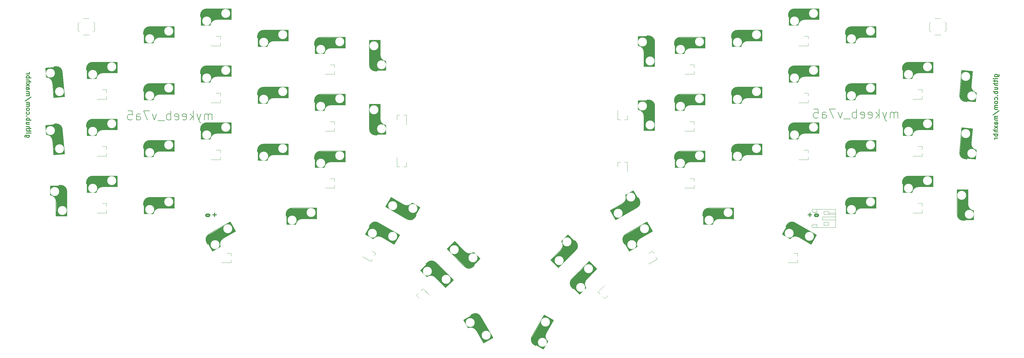
<source format=gbo>
G04 #@! TF.GenerationSoftware,KiCad,Pcbnew,7.0.5*
G04 #@! TF.CreationDate,2023-06-21T12:04:19+02:00*
G04 #@! TF.ProjectId,mykeeb_v7a5,6d796b65-6562-45f7-9637-61352e6b6963,rev?*
G04 #@! TF.SameCoordinates,Original*
G04 #@! TF.FileFunction,Legend,Bot*
G04 #@! TF.FilePolarity,Positive*
%FSLAX46Y46*%
G04 Gerber Fmt 4.6, Leading zero omitted, Abs format (unit mm)*
G04 Created by KiCad (PCBNEW 7.0.5) date 2023-06-21 12:04:19*
%MOMM*%
%LPD*%
G01*
G04 APERTURE LIST*
G04 Aperture macros list*
%AMRoundRect*
0 Rectangle with rounded corners*
0 $1 Rounding radius*
0 $2 $3 $4 $5 $6 $7 $8 $9 X,Y pos of 4 corners*
0 Add a 4 corners polygon primitive as box body*
4,1,4,$2,$3,$4,$5,$6,$7,$8,$9,$2,$3,0*
0 Add four circle primitives for the rounded corners*
1,1,$1+$1,$2,$3*
1,1,$1+$1,$4,$5*
1,1,$1+$1,$6,$7*
1,1,$1+$1,$8,$9*
0 Add four rect primitives between the rounded corners*
20,1,$1+$1,$2,$3,$4,$5,0*
20,1,$1+$1,$4,$5,$6,$7,0*
20,1,$1+$1,$6,$7,$8,$9,0*
20,1,$1+$1,$8,$9,$2,$3,0*%
%AMRotRect*
0 Rectangle, with rotation*
0 The origin of the aperture is its center*
0 $1 length*
0 $2 width*
0 $3 Rotation angle, in degrees counterclockwise*
0 Add horizontal line*
21,1,$1,$2,0,0,$3*%
G04 Aperture macros list end*
%ADD10C,0.152400*%
%ADD11C,0.300000*%
%ADD12C,0.150000*%
%ADD13C,0.500000*%
%ADD14C,0.800000*%
%ADD15C,3.000000*%
%ADD16C,3.500000*%
%ADD17C,1.000000*%
%ADD18C,0.400000*%
%ADD19C,0.120000*%
%ADD20C,2.100000*%
%ADD21C,1.750000*%
%ADD22C,1.900000*%
%ADD23C,3.000000*%
%ADD24C,4.100000*%
%ADD25RotRect,2.550000X2.500000X150.000000*%
%ADD26RotRect,2.550000X2.500000X95.000000*%
%ADD27RotRect,2.550000X2.500000X265.000000*%
%ADD28R,2.500000X2.550000*%
%ADD29R,2.550000X2.500000*%
%ADD30RotRect,2.550000X2.500000X45.000000*%
%ADD31C,0.500000*%
%ADD32RotRect,2.550000X2.500000X225.000000*%
%ADD33RotRect,2.550000X2.500000X135.000000*%
%ADD34RotRect,2.550000X2.500000X120.000000*%
%ADD35RoundRect,0.250000X-0.625000X0.350000X-0.625000X-0.350000X0.625000X-0.350000X0.625000X0.350000X0*%
%ADD36O,1.750000X1.200000*%
%ADD37RotRect,2.550000X2.500000X315.000000*%
%ADD38RotRect,2.550000X2.500000X210.000000*%
%ADD39RotRect,2.550000X2.500000X30.000000*%
%ADD40O,2.750000X1.800000*%
%ADD41C,1.397000*%
%ADD42RotRect,2.550000X2.500000X330.000000*%
%ADD43RotRect,2.550000X2.500000X240.000000*%
%ADD44R,1.900000X0.800000*%
%ADD45R,0.800000X1.900000*%
%ADD46RotRect,1.900000X0.800000X330.000000*%
%ADD47R,1.100000X0.600000*%
%ADD48R,1.000000X0.600000*%
%ADD49C,0.700000*%
%ADD50R,0.600000X1.000000*%
%ADD51RotRect,1.900000X0.800000X30.000000*%
%ADD52RotRect,1.900000X0.800000X135.000000*%
%ADD53R,1.000000X1.700000*%
%ADD54RotRect,1.900000X0.800000X225.000000*%
G04 APERTURE END LIST*
D10*
X313510715Y-81778126D02*
X313510715Y-79778126D01*
X313510715Y-80063840D02*
X313367858Y-79920983D01*
X313367858Y-79920983D02*
X313082143Y-79778126D01*
X313082143Y-79778126D02*
X312653572Y-79778126D01*
X312653572Y-79778126D02*
X312367858Y-79920983D01*
X312367858Y-79920983D02*
X312225001Y-80206697D01*
X312225001Y-80206697D02*
X312225001Y-81778126D01*
X312225001Y-80206697D02*
X312082143Y-79920983D01*
X312082143Y-79920983D02*
X311796429Y-79778126D01*
X311796429Y-79778126D02*
X311367858Y-79778126D01*
X311367858Y-79778126D02*
X311082143Y-79920983D01*
X311082143Y-79920983D02*
X310939286Y-80206697D01*
X310939286Y-80206697D02*
X310939286Y-81778126D01*
X309796429Y-79778126D02*
X309082143Y-81778126D01*
X308367858Y-79778126D02*
X309082143Y-81778126D01*
X309082143Y-81778126D02*
X309367858Y-82492411D01*
X309367858Y-82492411D02*
X309510715Y-82635269D01*
X309510715Y-82635269D02*
X309796429Y-82778126D01*
X307225001Y-81778126D02*
X307225001Y-78778126D01*
X306939287Y-80635269D02*
X306082144Y-81778126D01*
X306082144Y-79778126D02*
X307225001Y-80920983D01*
X303653573Y-81635269D02*
X303939287Y-81778126D01*
X303939287Y-81778126D02*
X304510716Y-81778126D01*
X304510716Y-81778126D02*
X304796430Y-81635269D01*
X304796430Y-81635269D02*
X304939287Y-81349554D01*
X304939287Y-81349554D02*
X304939287Y-80206697D01*
X304939287Y-80206697D02*
X304796430Y-79920983D01*
X304796430Y-79920983D02*
X304510716Y-79778126D01*
X304510716Y-79778126D02*
X303939287Y-79778126D01*
X303939287Y-79778126D02*
X303653573Y-79920983D01*
X303653573Y-79920983D02*
X303510716Y-80206697D01*
X303510716Y-80206697D02*
X303510716Y-80492411D01*
X303510716Y-80492411D02*
X304939287Y-80778126D01*
X301082144Y-81635269D02*
X301367858Y-81778126D01*
X301367858Y-81778126D02*
X301939287Y-81778126D01*
X301939287Y-81778126D02*
X302225001Y-81635269D01*
X302225001Y-81635269D02*
X302367858Y-81349554D01*
X302367858Y-81349554D02*
X302367858Y-80206697D01*
X302367858Y-80206697D02*
X302225001Y-79920983D01*
X302225001Y-79920983D02*
X301939287Y-79778126D01*
X301939287Y-79778126D02*
X301367858Y-79778126D01*
X301367858Y-79778126D02*
X301082144Y-79920983D01*
X301082144Y-79920983D02*
X300939287Y-80206697D01*
X300939287Y-80206697D02*
X300939287Y-80492411D01*
X300939287Y-80492411D02*
X302367858Y-80778126D01*
X299653572Y-81778126D02*
X299653572Y-78778126D01*
X299653572Y-79920983D02*
X299367858Y-79778126D01*
X299367858Y-79778126D02*
X298796429Y-79778126D01*
X298796429Y-79778126D02*
X298510715Y-79920983D01*
X298510715Y-79920983D02*
X298367858Y-80063840D01*
X298367858Y-80063840D02*
X298225000Y-80349554D01*
X298225000Y-80349554D02*
X298225000Y-81206697D01*
X298225000Y-81206697D02*
X298367858Y-81492411D01*
X298367858Y-81492411D02*
X298510715Y-81635269D01*
X298510715Y-81635269D02*
X298796429Y-81778126D01*
X298796429Y-81778126D02*
X299367858Y-81778126D01*
X299367858Y-81778126D02*
X299653572Y-81635269D01*
X297653572Y-82063840D02*
X295367857Y-82063840D01*
X294939286Y-79778126D02*
X294225000Y-81778126D01*
X294225000Y-81778126D02*
X293510715Y-79778126D01*
X292653572Y-78778126D02*
X290653572Y-78778126D01*
X290653572Y-78778126D02*
X291939286Y-81778126D01*
X288225001Y-81778126D02*
X288225001Y-80206697D01*
X288225001Y-80206697D02*
X288367858Y-79920983D01*
X288367858Y-79920983D02*
X288653572Y-79778126D01*
X288653572Y-79778126D02*
X289225001Y-79778126D01*
X289225001Y-79778126D02*
X289510715Y-79920983D01*
X288225001Y-81635269D02*
X288510715Y-81778126D01*
X288510715Y-81778126D02*
X289225001Y-81778126D01*
X289225001Y-81778126D02*
X289510715Y-81635269D01*
X289510715Y-81635269D02*
X289653572Y-81349554D01*
X289653572Y-81349554D02*
X289653572Y-81063840D01*
X289653572Y-81063840D02*
X289510715Y-80778126D01*
X289510715Y-80778126D02*
X289225001Y-80635269D01*
X289225001Y-80635269D02*
X288510715Y-80635269D01*
X288510715Y-80635269D02*
X288225001Y-80492411D01*
X285367857Y-78778126D02*
X286796429Y-78778126D01*
X286796429Y-78778126D02*
X286939286Y-80206697D01*
X286939286Y-80206697D02*
X286796429Y-80063840D01*
X286796429Y-80063840D02*
X286510715Y-79920983D01*
X286510715Y-79920983D02*
X285796429Y-79920983D01*
X285796429Y-79920983D02*
X285510715Y-80063840D01*
X285510715Y-80063840D02*
X285367857Y-80206697D01*
X285367857Y-80206697D02*
X285225000Y-80492411D01*
X285225000Y-80492411D02*
X285225000Y-81206697D01*
X285225000Y-81206697D02*
X285367857Y-81492411D01*
X285367857Y-81492411D02*
X285510715Y-81635269D01*
X285510715Y-81635269D02*
X285796429Y-81778126D01*
X285796429Y-81778126D02*
X286510715Y-81778126D01*
X286510715Y-81778126D02*
X286796429Y-81635269D01*
X286796429Y-81635269D02*
X286939286Y-81492411D01*
X84315210Y-82373439D02*
X84315210Y-80373439D01*
X84315210Y-80659153D02*
X84172353Y-80516296D01*
X84172353Y-80516296D02*
X83886638Y-80373439D01*
X83886638Y-80373439D02*
X83458067Y-80373439D01*
X83458067Y-80373439D02*
X83172353Y-80516296D01*
X83172353Y-80516296D02*
X83029496Y-80802010D01*
X83029496Y-80802010D02*
X83029496Y-82373439D01*
X83029496Y-80802010D02*
X82886638Y-80516296D01*
X82886638Y-80516296D02*
X82600924Y-80373439D01*
X82600924Y-80373439D02*
X82172353Y-80373439D01*
X82172353Y-80373439D02*
X81886638Y-80516296D01*
X81886638Y-80516296D02*
X81743781Y-80802010D01*
X81743781Y-80802010D02*
X81743781Y-82373439D01*
X80600924Y-80373439D02*
X79886638Y-82373439D01*
X79172353Y-80373439D02*
X79886638Y-82373439D01*
X79886638Y-82373439D02*
X80172353Y-83087724D01*
X80172353Y-83087724D02*
X80315210Y-83230582D01*
X80315210Y-83230582D02*
X80600924Y-83373439D01*
X78029496Y-82373439D02*
X78029496Y-79373439D01*
X77743782Y-81230582D02*
X76886639Y-82373439D01*
X76886639Y-80373439D02*
X78029496Y-81516296D01*
X74458068Y-82230582D02*
X74743782Y-82373439D01*
X74743782Y-82373439D02*
X75315211Y-82373439D01*
X75315211Y-82373439D02*
X75600925Y-82230582D01*
X75600925Y-82230582D02*
X75743782Y-81944867D01*
X75743782Y-81944867D02*
X75743782Y-80802010D01*
X75743782Y-80802010D02*
X75600925Y-80516296D01*
X75600925Y-80516296D02*
X75315211Y-80373439D01*
X75315211Y-80373439D02*
X74743782Y-80373439D01*
X74743782Y-80373439D02*
X74458068Y-80516296D01*
X74458068Y-80516296D02*
X74315211Y-80802010D01*
X74315211Y-80802010D02*
X74315211Y-81087724D01*
X74315211Y-81087724D02*
X75743782Y-81373439D01*
X71886639Y-82230582D02*
X72172353Y-82373439D01*
X72172353Y-82373439D02*
X72743782Y-82373439D01*
X72743782Y-82373439D02*
X73029496Y-82230582D01*
X73029496Y-82230582D02*
X73172353Y-81944867D01*
X73172353Y-81944867D02*
X73172353Y-80802010D01*
X73172353Y-80802010D02*
X73029496Y-80516296D01*
X73029496Y-80516296D02*
X72743782Y-80373439D01*
X72743782Y-80373439D02*
X72172353Y-80373439D01*
X72172353Y-80373439D02*
X71886639Y-80516296D01*
X71886639Y-80516296D02*
X71743782Y-80802010D01*
X71743782Y-80802010D02*
X71743782Y-81087724D01*
X71743782Y-81087724D02*
X73172353Y-81373439D01*
X70458067Y-82373439D02*
X70458067Y-79373439D01*
X70458067Y-80516296D02*
X70172353Y-80373439D01*
X70172353Y-80373439D02*
X69600924Y-80373439D01*
X69600924Y-80373439D02*
X69315210Y-80516296D01*
X69315210Y-80516296D02*
X69172353Y-80659153D01*
X69172353Y-80659153D02*
X69029495Y-80944867D01*
X69029495Y-80944867D02*
X69029495Y-81802010D01*
X69029495Y-81802010D02*
X69172353Y-82087724D01*
X69172353Y-82087724D02*
X69315210Y-82230582D01*
X69315210Y-82230582D02*
X69600924Y-82373439D01*
X69600924Y-82373439D02*
X70172353Y-82373439D01*
X70172353Y-82373439D02*
X70458067Y-82230582D01*
X68458067Y-82659153D02*
X66172352Y-82659153D01*
X65743781Y-80373439D02*
X65029495Y-82373439D01*
X65029495Y-82373439D02*
X64315210Y-80373439D01*
X63458067Y-79373439D02*
X61458067Y-79373439D01*
X61458067Y-79373439D02*
X62743781Y-82373439D01*
X59029496Y-82373439D02*
X59029496Y-80802010D01*
X59029496Y-80802010D02*
X59172353Y-80516296D01*
X59172353Y-80516296D02*
X59458067Y-80373439D01*
X59458067Y-80373439D02*
X60029496Y-80373439D01*
X60029496Y-80373439D02*
X60315210Y-80516296D01*
X59029496Y-82230582D02*
X59315210Y-82373439D01*
X59315210Y-82373439D02*
X60029496Y-82373439D01*
X60029496Y-82373439D02*
X60315210Y-82230582D01*
X60315210Y-82230582D02*
X60458067Y-81944867D01*
X60458067Y-81944867D02*
X60458067Y-81659153D01*
X60458067Y-81659153D02*
X60315210Y-81373439D01*
X60315210Y-81373439D02*
X60029496Y-81230582D01*
X60029496Y-81230582D02*
X59315210Y-81230582D01*
X59315210Y-81230582D02*
X59029496Y-81087724D01*
X56172352Y-79373439D02*
X57600924Y-79373439D01*
X57600924Y-79373439D02*
X57743781Y-80802010D01*
X57743781Y-80802010D02*
X57600924Y-80659153D01*
X57600924Y-80659153D02*
X57315210Y-80516296D01*
X57315210Y-80516296D02*
X56600924Y-80516296D01*
X56600924Y-80516296D02*
X56315210Y-80659153D01*
X56315210Y-80659153D02*
X56172352Y-80802010D01*
X56172352Y-80802010D02*
X56029495Y-81087724D01*
X56029495Y-81087724D02*
X56029495Y-81802010D01*
X56029495Y-81802010D02*
X56172352Y-82087724D01*
X56172352Y-82087724D02*
X56315210Y-82230582D01*
X56315210Y-82230582D02*
X56600924Y-82373439D01*
X56600924Y-82373439D02*
X57315210Y-82373439D01*
X57315210Y-82373439D02*
X57600924Y-82230582D01*
X57600924Y-82230582D02*
X57743781Y-82087724D01*
D11*
X23225752Y-87504269D02*
X22011466Y-87504269D01*
X22011466Y-87504269D02*
X21868609Y-87575697D01*
X21868609Y-87575697D02*
X21797181Y-87647126D01*
X21797181Y-87647126D02*
X21725752Y-87789983D01*
X21725752Y-87789983D02*
X21725752Y-88004269D01*
X21725752Y-88004269D02*
X21797181Y-88147126D01*
X22297181Y-87504269D02*
X22225752Y-87647126D01*
X22225752Y-87647126D02*
X22225752Y-87932840D01*
X22225752Y-87932840D02*
X22297181Y-88075697D01*
X22297181Y-88075697D02*
X22368609Y-88147126D01*
X22368609Y-88147126D02*
X22511466Y-88218554D01*
X22511466Y-88218554D02*
X22940038Y-88218554D01*
X22940038Y-88218554D02*
X23082895Y-88147126D01*
X23082895Y-88147126D02*
X23154323Y-88075697D01*
X23154323Y-88075697D02*
X23225752Y-87932840D01*
X23225752Y-87932840D02*
X23225752Y-87647126D01*
X23225752Y-87647126D02*
X23154323Y-87504269D01*
X22225752Y-86789983D02*
X23225752Y-86789983D01*
X23725752Y-86789983D02*
X23654323Y-86861411D01*
X23654323Y-86861411D02*
X23582895Y-86789983D01*
X23582895Y-86789983D02*
X23654323Y-86718554D01*
X23654323Y-86718554D02*
X23725752Y-86789983D01*
X23725752Y-86789983D02*
X23582895Y-86789983D01*
X23225752Y-86289982D02*
X23225752Y-85718554D01*
X23725752Y-86075697D02*
X22440038Y-86075697D01*
X22440038Y-86075697D02*
X22297181Y-86004268D01*
X22297181Y-86004268D02*
X22225752Y-85861411D01*
X22225752Y-85861411D02*
X22225752Y-85718554D01*
X22225752Y-85218554D02*
X23725752Y-85218554D01*
X22225752Y-84575697D02*
X23011466Y-84575697D01*
X23011466Y-84575697D02*
X23154323Y-84647125D01*
X23154323Y-84647125D02*
X23225752Y-84789982D01*
X23225752Y-84789982D02*
X23225752Y-85004268D01*
X23225752Y-85004268D02*
X23154323Y-85147125D01*
X23154323Y-85147125D02*
X23082895Y-85218554D01*
X23225752Y-83218554D02*
X22225752Y-83218554D01*
X23225752Y-83861411D02*
X22440038Y-83861411D01*
X22440038Y-83861411D02*
X22297181Y-83789982D01*
X22297181Y-83789982D02*
X22225752Y-83647125D01*
X22225752Y-83647125D02*
X22225752Y-83432839D01*
X22225752Y-83432839D02*
X22297181Y-83289982D01*
X22297181Y-83289982D02*
X22368609Y-83218554D01*
X22225752Y-82504268D02*
X23725752Y-82504268D01*
X23154323Y-82504268D02*
X23225752Y-82361411D01*
X23225752Y-82361411D02*
X23225752Y-82075696D01*
X23225752Y-82075696D02*
X23154323Y-81932839D01*
X23154323Y-81932839D02*
X23082895Y-81861411D01*
X23082895Y-81861411D02*
X22940038Y-81789982D01*
X22940038Y-81789982D02*
X22511466Y-81789982D01*
X22511466Y-81789982D02*
X22368609Y-81861411D01*
X22368609Y-81861411D02*
X22297181Y-81932839D01*
X22297181Y-81932839D02*
X22225752Y-82075696D01*
X22225752Y-82075696D02*
X22225752Y-82361411D01*
X22225752Y-82361411D02*
X22297181Y-82504268D01*
X22368609Y-81147125D02*
X22297181Y-81075696D01*
X22297181Y-81075696D02*
X22225752Y-81147125D01*
X22225752Y-81147125D02*
X22297181Y-81218553D01*
X22297181Y-81218553D02*
X22368609Y-81147125D01*
X22368609Y-81147125D02*
X22225752Y-81147125D01*
X22297181Y-79789982D02*
X22225752Y-79932839D01*
X22225752Y-79932839D02*
X22225752Y-80218553D01*
X22225752Y-80218553D02*
X22297181Y-80361410D01*
X22297181Y-80361410D02*
X22368609Y-80432839D01*
X22368609Y-80432839D02*
X22511466Y-80504267D01*
X22511466Y-80504267D02*
X22940038Y-80504267D01*
X22940038Y-80504267D02*
X23082895Y-80432839D01*
X23082895Y-80432839D02*
X23154323Y-80361410D01*
X23154323Y-80361410D02*
X23225752Y-80218553D01*
X23225752Y-80218553D02*
X23225752Y-79932839D01*
X23225752Y-79932839D02*
X23154323Y-79789982D01*
X22225752Y-78932839D02*
X22297181Y-79075696D01*
X22297181Y-79075696D02*
X22368609Y-79147125D01*
X22368609Y-79147125D02*
X22511466Y-79218553D01*
X22511466Y-79218553D02*
X22940038Y-79218553D01*
X22940038Y-79218553D02*
X23082895Y-79147125D01*
X23082895Y-79147125D02*
X23154323Y-79075696D01*
X23154323Y-79075696D02*
X23225752Y-78932839D01*
X23225752Y-78932839D02*
X23225752Y-78718553D01*
X23225752Y-78718553D02*
X23154323Y-78575696D01*
X23154323Y-78575696D02*
X23082895Y-78504268D01*
X23082895Y-78504268D02*
X22940038Y-78432839D01*
X22940038Y-78432839D02*
X22511466Y-78432839D01*
X22511466Y-78432839D02*
X22368609Y-78504268D01*
X22368609Y-78504268D02*
X22297181Y-78575696D01*
X22297181Y-78575696D02*
X22225752Y-78718553D01*
X22225752Y-78718553D02*
X22225752Y-78932839D01*
X22225752Y-77789982D02*
X23225752Y-77789982D01*
X23082895Y-77789982D02*
X23154323Y-77718553D01*
X23154323Y-77718553D02*
X23225752Y-77575696D01*
X23225752Y-77575696D02*
X23225752Y-77361410D01*
X23225752Y-77361410D02*
X23154323Y-77218553D01*
X23154323Y-77218553D02*
X23011466Y-77147125D01*
X23011466Y-77147125D02*
X22225752Y-77147125D01*
X23011466Y-77147125D02*
X23154323Y-77075696D01*
X23154323Y-77075696D02*
X23225752Y-76932839D01*
X23225752Y-76932839D02*
X23225752Y-76718553D01*
X23225752Y-76718553D02*
X23154323Y-76575696D01*
X23154323Y-76575696D02*
X23011466Y-76504267D01*
X23011466Y-76504267D02*
X22225752Y-76504267D01*
X23797181Y-74718553D02*
X21868609Y-76004267D01*
X22225752Y-74218553D02*
X23225752Y-74218553D01*
X23082895Y-74218553D02*
X23154323Y-74147124D01*
X23154323Y-74147124D02*
X23225752Y-74004267D01*
X23225752Y-74004267D02*
X23225752Y-73789981D01*
X23225752Y-73789981D02*
X23154323Y-73647124D01*
X23154323Y-73647124D02*
X23011466Y-73575696D01*
X23011466Y-73575696D02*
X22225752Y-73575696D01*
X23011466Y-73575696D02*
X23154323Y-73504267D01*
X23154323Y-73504267D02*
X23225752Y-73361410D01*
X23225752Y-73361410D02*
X23225752Y-73147124D01*
X23225752Y-73147124D02*
X23154323Y-73004267D01*
X23154323Y-73004267D02*
X23011466Y-72932838D01*
X23011466Y-72932838D02*
X22225752Y-72932838D01*
X22225752Y-71575696D02*
X23011466Y-71575696D01*
X23011466Y-71575696D02*
X23154323Y-71647124D01*
X23154323Y-71647124D02*
X23225752Y-71789981D01*
X23225752Y-71789981D02*
X23225752Y-72075696D01*
X23225752Y-72075696D02*
X23154323Y-72218553D01*
X22297181Y-71575696D02*
X22225752Y-71718553D01*
X22225752Y-71718553D02*
X22225752Y-72075696D01*
X22225752Y-72075696D02*
X22297181Y-72218553D01*
X22297181Y-72218553D02*
X22440038Y-72289981D01*
X22440038Y-72289981D02*
X22582895Y-72289981D01*
X22582895Y-72289981D02*
X22725752Y-72218553D01*
X22725752Y-72218553D02*
X22797181Y-72075696D01*
X22797181Y-72075696D02*
X22797181Y-71718553D01*
X22797181Y-71718553D02*
X22868609Y-71575696D01*
X22225752Y-71004267D02*
X23225752Y-70218553D01*
X23225752Y-71004267D02*
X22225752Y-70218553D01*
X22225752Y-69647124D02*
X23725752Y-69647124D01*
X22225752Y-69004267D02*
X23011466Y-69004267D01*
X23011466Y-69004267D02*
X23154323Y-69075695D01*
X23154323Y-69075695D02*
X23225752Y-69218552D01*
X23225752Y-69218552D02*
X23225752Y-69432838D01*
X23225752Y-69432838D02*
X23154323Y-69575695D01*
X23154323Y-69575695D02*
X23082895Y-69647124D01*
X22225752Y-68289981D02*
X23725752Y-68289981D01*
X23154323Y-68289981D02*
X23225752Y-68147124D01*
X23225752Y-68147124D02*
X23225752Y-67861409D01*
X23225752Y-67861409D02*
X23154323Y-67718552D01*
X23154323Y-67718552D02*
X23082895Y-67647124D01*
X23082895Y-67647124D02*
X22940038Y-67575695D01*
X22940038Y-67575695D02*
X22511466Y-67575695D01*
X22511466Y-67575695D02*
X22368609Y-67647124D01*
X22368609Y-67647124D02*
X22297181Y-67718552D01*
X22297181Y-67718552D02*
X22225752Y-67861409D01*
X22225752Y-67861409D02*
X22225752Y-68147124D01*
X22225752Y-68147124D02*
X22297181Y-68289981D01*
X22225752Y-66932838D02*
X23225752Y-66932838D01*
X22940038Y-66932838D02*
X23082895Y-66861409D01*
X23082895Y-66861409D02*
X23154323Y-66789981D01*
X23154323Y-66789981D02*
X23225752Y-66647123D01*
X23225752Y-66647123D02*
X23225752Y-66504266D01*
X284647278Y-114124809D02*
X283504421Y-114124809D01*
X284075849Y-114696237D02*
X284075849Y-113553380D01*
X345868291Y-67872424D02*
X347082577Y-67872424D01*
X347082577Y-67872424D02*
X347225434Y-67800995D01*
X347225434Y-67800995D02*
X347296863Y-67729566D01*
X347296863Y-67729566D02*
X347368291Y-67586709D01*
X347368291Y-67586709D02*
X347368291Y-67372424D01*
X347368291Y-67372424D02*
X347296863Y-67229566D01*
X346796863Y-67872424D02*
X346868291Y-67729566D01*
X346868291Y-67729566D02*
X346868291Y-67443852D01*
X346868291Y-67443852D02*
X346796863Y-67300995D01*
X346796863Y-67300995D02*
X346725434Y-67229566D01*
X346725434Y-67229566D02*
X346582577Y-67158138D01*
X346582577Y-67158138D02*
X346154005Y-67158138D01*
X346154005Y-67158138D02*
X346011148Y-67229566D01*
X346011148Y-67229566D02*
X345939720Y-67300995D01*
X345939720Y-67300995D02*
X345868291Y-67443852D01*
X345868291Y-67443852D02*
X345868291Y-67729566D01*
X345868291Y-67729566D02*
X345939720Y-67872424D01*
X346868291Y-68586709D02*
X345868291Y-68586709D01*
X345368291Y-68586709D02*
X345439720Y-68515281D01*
X345439720Y-68515281D02*
X345511148Y-68586709D01*
X345511148Y-68586709D02*
X345439720Y-68658138D01*
X345439720Y-68658138D02*
X345368291Y-68586709D01*
X345368291Y-68586709D02*
X345511148Y-68586709D01*
X345868291Y-69086710D02*
X345868291Y-69658138D01*
X345368291Y-69300995D02*
X346654005Y-69300995D01*
X346654005Y-69300995D02*
X346796863Y-69372424D01*
X346796863Y-69372424D02*
X346868291Y-69515281D01*
X346868291Y-69515281D02*
X346868291Y-69658138D01*
X346868291Y-70158138D02*
X345368291Y-70158138D01*
X346868291Y-70800996D02*
X346082577Y-70800996D01*
X346082577Y-70800996D02*
X345939720Y-70729567D01*
X345939720Y-70729567D02*
X345868291Y-70586710D01*
X345868291Y-70586710D02*
X345868291Y-70372424D01*
X345868291Y-70372424D02*
X345939720Y-70229567D01*
X345939720Y-70229567D02*
X346011148Y-70158138D01*
X345868291Y-72158139D02*
X346868291Y-72158139D01*
X345868291Y-71515281D02*
X346654005Y-71515281D01*
X346654005Y-71515281D02*
X346796863Y-71586710D01*
X346796863Y-71586710D02*
X346868291Y-71729567D01*
X346868291Y-71729567D02*
X346868291Y-71943853D01*
X346868291Y-71943853D02*
X346796863Y-72086710D01*
X346796863Y-72086710D02*
X346725434Y-72158139D01*
X346868291Y-72872424D02*
X345368291Y-72872424D01*
X345939720Y-72872424D02*
X345868291Y-73015282D01*
X345868291Y-73015282D02*
X345868291Y-73300996D01*
X345868291Y-73300996D02*
X345939720Y-73443853D01*
X345939720Y-73443853D02*
X346011148Y-73515282D01*
X346011148Y-73515282D02*
X346154005Y-73586710D01*
X346154005Y-73586710D02*
X346582577Y-73586710D01*
X346582577Y-73586710D02*
X346725434Y-73515282D01*
X346725434Y-73515282D02*
X346796863Y-73443853D01*
X346796863Y-73443853D02*
X346868291Y-73300996D01*
X346868291Y-73300996D02*
X346868291Y-73015282D01*
X346868291Y-73015282D02*
X346796863Y-72872424D01*
X346725434Y-74229567D02*
X346796863Y-74300996D01*
X346796863Y-74300996D02*
X346868291Y-74229567D01*
X346868291Y-74229567D02*
X346796863Y-74158139D01*
X346796863Y-74158139D02*
X346725434Y-74229567D01*
X346725434Y-74229567D02*
X346868291Y-74229567D01*
X346796863Y-75586711D02*
X346868291Y-75443853D01*
X346868291Y-75443853D02*
X346868291Y-75158139D01*
X346868291Y-75158139D02*
X346796863Y-75015282D01*
X346796863Y-75015282D02*
X346725434Y-74943853D01*
X346725434Y-74943853D02*
X346582577Y-74872425D01*
X346582577Y-74872425D02*
X346154005Y-74872425D01*
X346154005Y-74872425D02*
X346011148Y-74943853D01*
X346011148Y-74943853D02*
X345939720Y-75015282D01*
X345939720Y-75015282D02*
X345868291Y-75158139D01*
X345868291Y-75158139D02*
X345868291Y-75443853D01*
X345868291Y-75443853D02*
X345939720Y-75586711D01*
X346868291Y-76443853D02*
X346796863Y-76300996D01*
X346796863Y-76300996D02*
X346725434Y-76229567D01*
X346725434Y-76229567D02*
X346582577Y-76158139D01*
X346582577Y-76158139D02*
X346154005Y-76158139D01*
X346154005Y-76158139D02*
X346011148Y-76229567D01*
X346011148Y-76229567D02*
X345939720Y-76300996D01*
X345939720Y-76300996D02*
X345868291Y-76443853D01*
X345868291Y-76443853D02*
X345868291Y-76658139D01*
X345868291Y-76658139D02*
X345939720Y-76800996D01*
X345939720Y-76800996D02*
X346011148Y-76872425D01*
X346011148Y-76872425D02*
X346154005Y-76943853D01*
X346154005Y-76943853D02*
X346582577Y-76943853D01*
X346582577Y-76943853D02*
X346725434Y-76872425D01*
X346725434Y-76872425D02*
X346796863Y-76800996D01*
X346796863Y-76800996D02*
X346868291Y-76658139D01*
X346868291Y-76658139D02*
X346868291Y-76443853D01*
X346868291Y-77586710D02*
X345868291Y-77586710D01*
X346011148Y-77586710D02*
X345939720Y-77658139D01*
X345939720Y-77658139D02*
X345868291Y-77800996D01*
X345868291Y-77800996D02*
X345868291Y-78015282D01*
X345868291Y-78015282D02*
X345939720Y-78158139D01*
X345939720Y-78158139D02*
X346082577Y-78229568D01*
X346082577Y-78229568D02*
X346868291Y-78229568D01*
X346082577Y-78229568D02*
X345939720Y-78300996D01*
X345939720Y-78300996D02*
X345868291Y-78443853D01*
X345868291Y-78443853D02*
X345868291Y-78658139D01*
X345868291Y-78658139D02*
X345939720Y-78800996D01*
X345939720Y-78800996D02*
X346082577Y-78872425D01*
X346082577Y-78872425D02*
X346868291Y-78872425D01*
X345296863Y-80658139D02*
X347225434Y-79372425D01*
X346868291Y-81158139D02*
X345868291Y-81158139D01*
X346011148Y-81158139D02*
X345939720Y-81229568D01*
X345939720Y-81229568D02*
X345868291Y-81372425D01*
X345868291Y-81372425D02*
X345868291Y-81586711D01*
X345868291Y-81586711D02*
X345939720Y-81729568D01*
X345939720Y-81729568D02*
X346082577Y-81800997D01*
X346082577Y-81800997D02*
X346868291Y-81800997D01*
X346082577Y-81800997D02*
X345939720Y-81872425D01*
X345939720Y-81872425D02*
X345868291Y-82015282D01*
X345868291Y-82015282D02*
X345868291Y-82229568D01*
X345868291Y-82229568D02*
X345939720Y-82372425D01*
X345939720Y-82372425D02*
X346082577Y-82443854D01*
X346082577Y-82443854D02*
X346868291Y-82443854D01*
X346868291Y-83800997D02*
X346082577Y-83800997D01*
X346082577Y-83800997D02*
X345939720Y-83729568D01*
X345939720Y-83729568D02*
X345868291Y-83586711D01*
X345868291Y-83586711D02*
X345868291Y-83300997D01*
X345868291Y-83300997D02*
X345939720Y-83158139D01*
X346796863Y-83800997D02*
X346868291Y-83658139D01*
X346868291Y-83658139D02*
X346868291Y-83300997D01*
X346868291Y-83300997D02*
X346796863Y-83158139D01*
X346796863Y-83158139D02*
X346654005Y-83086711D01*
X346654005Y-83086711D02*
X346511148Y-83086711D01*
X346511148Y-83086711D02*
X346368291Y-83158139D01*
X346368291Y-83158139D02*
X346296863Y-83300997D01*
X346296863Y-83300997D02*
X346296863Y-83658139D01*
X346296863Y-83658139D02*
X346225434Y-83800997D01*
X346868291Y-84372425D02*
X345868291Y-85158140D01*
X345868291Y-84372425D02*
X346868291Y-85158140D01*
X346868291Y-85729568D02*
X345368291Y-85729568D01*
X346868291Y-86372426D02*
X346082577Y-86372426D01*
X346082577Y-86372426D02*
X345939720Y-86300997D01*
X345939720Y-86300997D02*
X345868291Y-86158140D01*
X345868291Y-86158140D02*
X345868291Y-85943854D01*
X345868291Y-85943854D02*
X345939720Y-85800997D01*
X345939720Y-85800997D02*
X346011148Y-85729568D01*
X346868291Y-87086711D02*
X345368291Y-87086711D01*
X345939720Y-87086711D02*
X345868291Y-87229569D01*
X345868291Y-87229569D02*
X345868291Y-87515283D01*
X345868291Y-87515283D02*
X345939720Y-87658140D01*
X345939720Y-87658140D02*
X346011148Y-87729569D01*
X346011148Y-87729569D02*
X346154005Y-87800997D01*
X346154005Y-87800997D02*
X346582577Y-87800997D01*
X346582577Y-87800997D02*
X346725434Y-87729569D01*
X346725434Y-87729569D02*
X346796863Y-87658140D01*
X346796863Y-87658140D02*
X346868291Y-87515283D01*
X346868291Y-87515283D02*
X346868291Y-87229569D01*
X346868291Y-87229569D02*
X346796863Y-87086711D01*
X346868291Y-88443854D02*
X345868291Y-88443854D01*
X346154005Y-88443854D02*
X346011148Y-88515283D01*
X346011148Y-88515283D02*
X345939720Y-88586712D01*
X345939720Y-88586712D02*
X345868291Y-88729569D01*
X345868291Y-88729569D02*
X345868291Y-88872426D01*
X85718996Y-114124809D02*
X84576139Y-114124809D01*
X85147567Y-114696237D02*
X85147567Y-113553380D01*
D12*
X137139005Y-117400098D02*
X136764005Y-118049617D01*
X136764005Y-118049617D02*
X136937210Y-118149617D01*
D11*
X136900608Y-118013014D02*
X137225608Y-117450098D01*
D12*
X137780511Y-116788976D02*
X135555511Y-120642789D01*
X135555511Y-120642789D02*
X138179568Y-122157789D01*
D13*
X135828717Y-120569584D02*
X137950479Y-121794584D01*
D14*
X136108620Y-120384776D02*
X137008620Y-118825931D01*
D15*
X138837229Y-117918687D02*
X137717229Y-119858584D01*
D12*
X141052145Y-121622341D02*
X145209067Y-124022341D01*
D16*
X144550221Y-121563495D02*
X138747851Y-118213495D01*
D17*
X146276054Y-121174265D02*
X145026054Y-123339328D01*
D13*
X145160862Y-123705834D02*
X144060029Y-123012533D01*
D18*
X146779163Y-121002854D02*
X145696631Y-120377854D01*
D12*
X145691746Y-123146315D02*
X146816746Y-121197758D01*
X147009067Y-120904649D02*
X139907658Y-116804649D01*
X145209067Y-124022341D02*
X147009067Y-120904649D01*
X139907658Y-116804649D02*
G75*
G03*
X137139005Y-117400098I-1086602J-1682049D01*
G01*
D17*
X140905735Y-121075931D02*
G75*
G03*
X138047083Y-121594625I-1141292J-1846773D01*
G01*
D12*
X141052144Y-121622342D02*
G75*
G03*
X138193494Y-122141037I-1141291J-1846773D01*
G01*
X32212181Y-64484166D02*
X31465035Y-64549533D01*
X31465035Y-64549533D02*
X31482466Y-64748772D01*
D11*
X31573370Y-64640437D02*
X32220897Y-64583786D01*
D12*
X33080736Y-64659133D02*
X28647669Y-65046976D01*
X28647669Y-65046976D02*
X28911751Y-68065446D01*
D13*
X28864339Y-65228783D02*
X29077871Y-67669460D01*
D14*
X29176271Y-65352066D02*
X30969421Y-65195186D01*
D15*
X32761439Y-66172721D02*
X30529962Y-66367950D01*
D12*
X30998007Y-70111402D02*
X31416354Y-74893136D01*
D16*
X33052624Y-72943106D02*
X32468681Y-66268601D01*
D17*
X34361361Y-74133572D02*
X31870874Y-74351461D01*
D13*
X31647972Y-74672109D02*
X31584479Y-73372698D01*
D18*
X34790343Y-74447378D02*
X34681398Y-73202134D01*
D12*
X32410806Y-74786057D02*
X34652244Y-74589956D01*
X35002655Y-74579376D02*
X34287978Y-66410578D01*
X31416354Y-74893136D02*
X35002655Y-74579376D01*
X34287979Y-66410578D02*
G75*
G03*
X32212180Y-64484167I-2001104J-74692D01*
G01*
D17*
X31361622Y-69678062D02*
G75*
G03*
X29297077Y-67633902I-2167406J-124374D01*
G01*
D12*
X30998006Y-70111402D02*
G75*
G03*
X28933461Y-68067242I-2167406J-124374D01*
G01*
X335853425Y-95422064D02*
X336600571Y-95487431D01*
X336600571Y-95487431D02*
X336618002Y-95288192D01*
D11*
X336509667Y-95379095D02*
X335862141Y-95322444D01*
D12*
X335028448Y-95098933D02*
X339461515Y-95486776D01*
X339461515Y-95486776D02*
X339725597Y-92468306D01*
D13*
X339279707Y-95270106D02*
X339493239Y-92829429D01*
D14*
X338993922Y-95094530D02*
X337200773Y-94937649D01*
D15*
X335605727Y-93663785D02*
X337837203Y-93859013D01*
D12*
X338026313Y-90091158D02*
X338444660Y-85309423D01*
D16*
X336494629Y-86945693D02*
X335910686Y-93620198D01*
D17*
X335412498Y-85546053D02*
X337902985Y-85763943D01*
D13*
X338178180Y-85486873D02*
X338015068Y-86777568D01*
D18*
X335044525Y-85162523D02*
X334935580Y-86407766D01*
D12*
X337446722Y-85242191D02*
X335205284Y-85046091D01*
X334858359Y-84995662D02*
X334143682Y-93164460D01*
X338444660Y-85309423D02*
X334858359Y-84995662D01*
X334143682Y-93164460D02*
G75*
G03*
X335853426Y-95422064I1983672J-273931D01*
G01*
D17*
X337592974Y-90454773D02*
G75*
G03*
X339271188Y-92826381I2156075J-253882D01*
G01*
D12*
X338026314Y-90091158D02*
G75*
G03*
X339704528Y-92462765I2156075J-253881D01*
G01*
X230323611Y-54226613D02*
X229573611Y-54226613D01*
X229573611Y-54226613D02*
X229573611Y-54426613D01*
D11*
X229673611Y-54326613D02*
X230323611Y-54326613D01*
D12*
X231173611Y-54476613D02*
X226723611Y-54476613D01*
X226723611Y-54476613D02*
X226723611Y-57506613D01*
D13*
X226923611Y-54676613D02*
X226923611Y-57126613D01*
D14*
X227223611Y-54826613D02*
X229023610Y-54826613D01*
D15*
X230723611Y-55956613D02*
X228483611Y-55956613D01*
D12*
X228623611Y-59726613D02*
X228623611Y-64526613D01*
D16*
X230423611Y-62726613D02*
X230423611Y-56026613D01*
D17*
X231623611Y-64026613D02*
X229123611Y-64026613D01*
D13*
X228873611Y-64326613D02*
X228923611Y-63026613D01*
D18*
X232023611Y-64376613D02*
X232023611Y-63126613D01*
D12*
X229623611Y-64506613D02*
X231873611Y-64506613D01*
X232223611Y-64526613D02*
X232223611Y-56326612D01*
X228623611Y-64526613D02*
X232223611Y-64526613D01*
X232223612Y-56326612D02*
G75*
G03*
X230323610Y-54226613I-1999999J100000D01*
G01*
D17*
X229023611Y-59326613D02*
G75*
G03*
X227145082Y-57110295I-2169999J65001D01*
G01*
D12*
X228623611Y-59726613D02*
G75*
G03*
X226745082Y-57510295I-2169999J65001D01*
G01*
X61370385Y-72095303D02*
X61370385Y-72845303D01*
X61370385Y-72845303D02*
X61570385Y-72845303D01*
D11*
X61470385Y-72745303D02*
X61470385Y-72095303D01*
D12*
X61620385Y-71245303D02*
X61620385Y-75695303D01*
X61620385Y-75695303D02*
X64650385Y-75695303D01*
D13*
X61820385Y-75495303D02*
X64270385Y-75495303D01*
D14*
X61970385Y-75195303D02*
X61970385Y-73395304D01*
D15*
X63100385Y-71695303D02*
X63100385Y-73935303D01*
D12*
X66870385Y-73795303D02*
X71670385Y-73795303D01*
D16*
X69870385Y-71995303D02*
X63170385Y-71995303D01*
D17*
X71170385Y-70795303D02*
X71170385Y-73295303D01*
D13*
X71470385Y-73545303D02*
X70170385Y-73495303D01*
D18*
X71520385Y-70395303D02*
X70270385Y-70395303D01*
D12*
X71650385Y-72795303D02*
X71650385Y-70545303D01*
X71670385Y-70195303D02*
X63470384Y-70195303D01*
X71670385Y-73795303D02*
X71670385Y-70195303D01*
X63470384Y-70195302D02*
G75*
G03*
X61370385Y-72095304I-100000J-1999999D01*
G01*
D17*
X66470385Y-73395303D02*
G75*
G03*
X64254067Y-75273832I-65001J-2169999D01*
G01*
D12*
X66870385Y-73795303D02*
G75*
G03*
X64654067Y-75673832I-65001J-2169999D01*
G01*
X205956348Y-123198379D02*
X205426018Y-122668049D01*
X205426018Y-122668049D02*
X205284596Y-122809470D01*
D11*
X205426018Y-122809470D02*
X205885637Y-123269090D01*
D12*
X206380612Y-123976196D02*
X203233987Y-120829571D01*
X203233987Y-120829571D02*
X201091453Y-122972105D01*
D13*
X203233987Y-121112414D02*
X201501575Y-122844825D01*
D14*
X203340053Y-121430612D02*
X204612844Y-122703403D01*
D15*
X205015896Y-124704516D02*
X203431977Y-123120597D01*
D12*
X200865179Y-125885385D02*
X197471067Y-129279497D01*
D16*
X200016651Y-129279497D02*
X204754266Y-124541882D01*
D17*
X199945940Y-131047264D02*
X198178173Y-129279497D01*
D13*
X197789265Y-129314853D02*
X198743859Y-128430969D01*
D18*
X199981296Y-131577594D02*
X200865179Y-130693711D01*
D12*
X198192315Y-129972462D02*
X199783306Y-131563452D01*
X200016651Y-131825082D02*
X205814927Y-126026805D01*
X197471067Y-129279497D02*
X200016651Y-131825082D01*
X205814927Y-126026805D02*
G75*
G03*
X205956346Y-123198379I-1343501J1484923D01*
G01*
D17*
X201430863Y-125885384D02*
G75*
G03*
X201669717Y-122989891I-1488457J1580383D01*
G01*
D12*
X200865178Y-125885384D02*
G75*
G03*
X201104032Y-122989891I-1488457J1580383D01*
G01*
X42320385Y-103051603D02*
X42320385Y-103801603D01*
X42320385Y-103801603D02*
X42520385Y-103801603D01*
D11*
X42420385Y-103701603D02*
X42420385Y-103051603D01*
D12*
X42570385Y-102201603D02*
X42570385Y-106651603D01*
X42570385Y-106651603D02*
X45600385Y-106651603D01*
D13*
X42770385Y-106451603D02*
X45220385Y-106451603D01*
D14*
X42920385Y-106151603D02*
X42920385Y-104351604D01*
D15*
X44050385Y-102651603D02*
X44050385Y-104891603D01*
D12*
X47820385Y-104751603D02*
X52620385Y-104751603D01*
D16*
X50820385Y-102951603D02*
X44120385Y-102951603D01*
D17*
X52120385Y-101751603D02*
X52120385Y-104251603D01*
D13*
X52420385Y-104501603D02*
X51120385Y-104451603D01*
D18*
X52470385Y-101351603D02*
X51220385Y-101351603D01*
D12*
X52600385Y-103751603D02*
X52600385Y-101501603D01*
X52620385Y-101151603D02*
X44420384Y-101151603D01*
X52620385Y-104751603D02*
X52620385Y-101151603D01*
X44420384Y-101151602D02*
G75*
G03*
X42320385Y-103051604I-100000J-1999999D01*
G01*
D17*
X47420385Y-104351603D02*
G75*
G03*
X45204067Y-106230132I-65001J-2169999D01*
G01*
D12*
X47820385Y-104751603D02*
G75*
G03*
X45604067Y-106630132I-65001J-2169999D01*
G01*
X99470385Y-73286003D02*
X99470385Y-74036003D01*
X99470385Y-74036003D02*
X99670385Y-74036003D01*
D11*
X99570385Y-73936003D02*
X99570385Y-73286003D01*
D12*
X99720385Y-72436003D02*
X99720385Y-76886003D01*
X99720385Y-76886003D02*
X102750385Y-76886003D01*
D13*
X99920385Y-76686003D02*
X102370385Y-76686003D01*
D14*
X100070385Y-76386003D02*
X100070385Y-74586004D01*
D15*
X101200385Y-72886003D02*
X101200385Y-75126003D01*
D12*
X104970385Y-74986003D02*
X109770385Y-74986003D01*
D16*
X107970385Y-73186003D02*
X101270385Y-73186003D01*
D17*
X109270385Y-71986003D02*
X109270385Y-74486003D01*
D13*
X109570385Y-74736003D02*
X108270385Y-74686003D01*
D18*
X109620385Y-71586003D02*
X108370385Y-71586003D01*
D12*
X109750385Y-73986003D02*
X109750385Y-71736003D01*
X109770385Y-71386003D02*
X101570384Y-71386003D01*
X109770385Y-74986003D02*
X109770385Y-71386003D01*
X101570384Y-71386002D02*
G75*
G03*
X99470385Y-73286004I-100000J-1999999D01*
G01*
D17*
X104570385Y-74586003D02*
G75*
G03*
X102354067Y-76464532I-65001J-2169999D01*
G01*
D12*
X104970385Y-74986003D02*
G75*
G03*
X102754067Y-76864532I-65001J-2169999D01*
G01*
X295923675Y-53045301D02*
X295923675Y-53795301D01*
X295923675Y-53795301D02*
X296123675Y-53795301D01*
D11*
X296023675Y-53695301D02*
X296023675Y-53045301D01*
D12*
X296173675Y-52195301D02*
X296173675Y-56645301D01*
X296173675Y-56645301D02*
X299203675Y-56645301D01*
D13*
X296373675Y-56445301D02*
X298823675Y-56445301D01*
D14*
X296523675Y-56145301D02*
X296523675Y-54345302D01*
D15*
X297653675Y-52645301D02*
X297653675Y-54885301D01*
D12*
X301423675Y-54745301D02*
X306223675Y-54745301D01*
D16*
X304423675Y-52945301D02*
X297723675Y-52945301D01*
D17*
X305723675Y-51745301D02*
X305723675Y-54245301D01*
D13*
X306023675Y-54495301D02*
X304723675Y-54445301D01*
D18*
X306073675Y-51345301D02*
X304823675Y-51345301D01*
D12*
X306203675Y-53745301D02*
X306203675Y-51495301D01*
X306223675Y-51145301D02*
X298023674Y-51145301D01*
X306223675Y-54745301D02*
X306223675Y-51145301D01*
X298023674Y-51145300D02*
G75*
G03*
X295923675Y-53045302I-100000J-1999999D01*
G01*
D17*
X301023675Y-54345301D02*
G75*
G03*
X298807357Y-56223830I-65001J-2169999D01*
G01*
D12*
X301423675Y-54745301D02*
G75*
G03*
X299207357Y-56623830I-65001J-2169999D01*
G01*
X314973659Y-84001603D02*
X314973659Y-84751603D01*
X314973659Y-84751603D02*
X315173659Y-84751603D01*
D11*
X315073659Y-84651603D02*
X315073659Y-84001603D01*
D12*
X315223659Y-83151603D02*
X315223659Y-87601603D01*
X315223659Y-87601603D02*
X318253659Y-87601603D01*
D13*
X315423659Y-87401603D02*
X317873659Y-87401603D01*
D14*
X315573659Y-87101603D02*
X315573659Y-85301604D01*
D15*
X316703659Y-83601603D02*
X316703659Y-85841603D01*
D12*
X320473659Y-85701603D02*
X325273659Y-85701603D01*
D16*
X323473659Y-83901603D02*
X316773659Y-83901603D01*
D17*
X324773659Y-82701603D02*
X324773659Y-85201603D01*
D13*
X325073659Y-85451603D02*
X323773659Y-85401603D01*
D18*
X325123659Y-82301603D02*
X323873659Y-82301603D01*
D12*
X325253659Y-84701603D02*
X325253659Y-82451603D01*
X325273659Y-82101603D02*
X317073658Y-82101603D01*
X325273659Y-85701603D02*
X325273659Y-82101603D01*
X317073658Y-82101602D02*
G75*
G03*
X314973659Y-84001604I-100000J-1999999D01*
G01*
D17*
X320073659Y-85301603D02*
G75*
G03*
X317857341Y-87180132I-65001J-2169999D01*
G01*
D12*
X320473659Y-85701603D02*
G75*
G03*
X318257341Y-87580132I-65001J-2169999D01*
G01*
X257823643Y-54235927D02*
X257823643Y-54985927D01*
X257823643Y-54985927D02*
X258023643Y-54985927D01*
D11*
X257923643Y-54885927D02*
X257923643Y-54235927D01*
D12*
X258073643Y-53385927D02*
X258073643Y-57835927D01*
X258073643Y-57835927D02*
X261103643Y-57835927D01*
D13*
X258273643Y-57635927D02*
X260723643Y-57635927D01*
D14*
X258423643Y-57335927D02*
X258423643Y-55535928D01*
D15*
X259553643Y-53835927D02*
X259553643Y-56075927D01*
D12*
X263323643Y-55935927D02*
X268123643Y-55935927D01*
D16*
X266323643Y-54135927D02*
X259623643Y-54135927D01*
D17*
X267623643Y-52935927D02*
X267623643Y-55435927D01*
D13*
X267923643Y-55685927D02*
X266623643Y-55635927D01*
D18*
X267973643Y-52535927D02*
X266723643Y-52535927D01*
D12*
X268103643Y-54935927D02*
X268103643Y-52685927D01*
X268123643Y-52335927D02*
X259923642Y-52335927D01*
X268123643Y-55935927D02*
X268123643Y-52335927D01*
X259923642Y-52335926D02*
G75*
G03*
X257823643Y-54235928I-100000J-1999999D01*
G01*
D17*
X262923643Y-55535927D02*
G75*
G03*
X260707325Y-57414456I-65001J-2169999D01*
G01*
D12*
X263323643Y-55935927D02*
G75*
G03*
X261107325Y-57814456I-65001J-2169999D01*
G01*
X80420385Y-47092171D02*
X80420385Y-47842171D01*
X80420385Y-47842171D02*
X80620385Y-47842171D01*
D11*
X80520385Y-47742171D02*
X80520385Y-47092171D01*
D12*
X80670385Y-46242171D02*
X80670385Y-50692171D01*
X80670385Y-50692171D02*
X83700385Y-50692171D01*
D13*
X80870385Y-50492171D02*
X83320385Y-50492171D01*
D14*
X81020385Y-50192171D02*
X81020385Y-48392172D01*
D15*
X82150385Y-46692171D02*
X82150385Y-48932171D01*
D12*
X85920385Y-48792171D02*
X90720385Y-48792171D01*
D16*
X88920385Y-46992171D02*
X82220385Y-46992171D01*
D17*
X90220385Y-45792171D02*
X90220385Y-48292171D01*
D13*
X90520385Y-48542171D02*
X89220385Y-48492171D01*
D18*
X90570385Y-45392171D02*
X89320385Y-45392171D01*
D12*
X90700385Y-47792171D02*
X90700385Y-45542171D01*
X90720385Y-45192171D02*
X82520384Y-45192171D01*
X90720385Y-48792171D02*
X90720385Y-45192171D01*
X82520384Y-45192170D02*
G75*
G03*
X80420385Y-47092172I-100000J-1999999D01*
G01*
D17*
X85520385Y-48392171D02*
G75*
G03*
X83304067Y-50270700I-65001J-2169999D01*
G01*
D12*
X85920385Y-48792171D02*
G75*
G03*
X83704067Y-50670700I-65001J-2169999D01*
G01*
X33870385Y-104232847D02*
X33120385Y-104232847D01*
X33120385Y-104232847D02*
X33120385Y-104432847D01*
D11*
X33220385Y-104332847D02*
X33870385Y-104332847D01*
D12*
X34720385Y-104482847D02*
X30270385Y-104482847D01*
X30270385Y-104482847D02*
X30270385Y-107512847D01*
D13*
X30470385Y-104682847D02*
X30470385Y-107132847D01*
D14*
X30770385Y-104832847D02*
X32570384Y-104832847D01*
D15*
X34270385Y-105962847D02*
X32030385Y-105962847D01*
D12*
X32170385Y-109732847D02*
X32170385Y-114532847D01*
D16*
X33970385Y-112732847D02*
X33970385Y-106032847D01*
D17*
X35170385Y-114032847D02*
X32670385Y-114032847D01*
D13*
X32420385Y-114332847D02*
X32470385Y-113032847D01*
D18*
X35570385Y-114382847D02*
X35570385Y-113132847D01*
D12*
X33170385Y-114512847D02*
X35420385Y-114512847D01*
X35770385Y-114532847D02*
X35770385Y-106332846D01*
X32170385Y-114532847D02*
X35770385Y-114532847D01*
X35770386Y-106332846D02*
G75*
G03*
X33870384Y-104232847I-1999999J100000D01*
G01*
D17*
X32570385Y-109332847D02*
G75*
G03*
X30691856Y-107116529I-2169999J65001D01*
G01*
D12*
X32170385Y-109732847D02*
G75*
G03*
X30291856Y-107516529I-2169999J65001D01*
G01*
X108995409Y-113767347D02*
X108995409Y-114517347D01*
X108995409Y-114517347D02*
X109195409Y-114517347D01*
D11*
X109095409Y-114417347D02*
X109095409Y-113767347D01*
D12*
X109245409Y-112917347D02*
X109245409Y-117367347D01*
X109245409Y-117367347D02*
X112275409Y-117367347D01*
D13*
X109445409Y-117167347D02*
X111895409Y-117167347D01*
D14*
X109595409Y-116867347D02*
X109595409Y-115067348D01*
D15*
X110725409Y-113367347D02*
X110725409Y-115607347D01*
D12*
X114495409Y-115467347D02*
X119295409Y-115467347D01*
D16*
X117495409Y-113667347D02*
X110795409Y-113667347D01*
D17*
X118795409Y-112467347D02*
X118795409Y-114967347D01*
D13*
X119095409Y-115217347D02*
X117795409Y-115167347D01*
D18*
X119145409Y-112067347D02*
X117895409Y-112067347D01*
D12*
X119275409Y-114467347D02*
X119275409Y-112217347D01*
X119295409Y-111867347D02*
X111095408Y-111867347D01*
X119295409Y-115467347D02*
X119295409Y-111867347D01*
X111095408Y-111867346D02*
G75*
G03*
X108995409Y-113767348I-100000J-1999999D01*
G01*
D17*
X114095409Y-115067347D02*
G75*
G03*
X111879091Y-116945876I-65001J-2169999D01*
G01*
D12*
X114495409Y-115467347D02*
G75*
G03*
X112279091Y-117345876I-65001J-2169999D01*
G01*
X204436080Y-138365831D02*
X204966410Y-138896161D01*
X204966410Y-138896161D02*
X205107832Y-138754740D01*
D11*
X204966410Y-138754740D02*
X204506791Y-138295120D01*
D12*
X204011816Y-137588014D02*
X207158441Y-140734639D01*
X207158441Y-140734639D02*
X209300975Y-138592105D01*
D13*
X207158441Y-140451796D02*
X208890853Y-138719385D01*
D14*
X207052375Y-140133598D02*
X205779584Y-138860807D01*
D15*
X205376532Y-136859694D02*
X206960451Y-138443613D01*
D12*
X209527249Y-135678825D02*
X212921361Y-132284713D01*
D16*
X210375777Y-132284713D02*
X205638162Y-137022328D01*
D17*
X210446488Y-130516946D02*
X212214255Y-132284713D01*
D13*
X212603163Y-132249357D02*
X211648569Y-133133241D01*
D18*
X210411132Y-129986616D02*
X209527249Y-130870499D01*
D12*
X212200113Y-131591748D02*
X210609122Y-130000758D01*
X210375777Y-129739128D02*
X204577501Y-135537405D01*
X212921361Y-132284713D02*
X210375777Y-129739128D01*
X204577501Y-135537405D02*
G75*
G03*
X204436082Y-138365831I1343501J-1484923D01*
G01*
D17*
X208961565Y-135678826D02*
G75*
G03*
X208722711Y-138574319I1488457J-1580383D01*
G01*
D12*
X209527250Y-135678826D02*
G75*
G03*
X209288396Y-138574319I1488457J-1580383D01*
G01*
X156314104Y-130021971D02*
X155783774Y-130552301D01*
X155783774Y-130552301D02*
X155925195Y-130693723D01*
D11*
X155925195Y-130552301D02*
X156384815Y-130092682D01*
D12*
X157091921Y-129597707D02*
X153945296Y-132744332D01*
X153945296Y-132744332D02*
X156087830Y-134886866D01*
D13*
X154228139Y-132744332D02*
X155960550Y-134476744D01*
D14*
X154546337Y-132638266D02*
X155819128Y-131365475D01*
D15*
X157820241Y-130962423D02*
X156236322Y-132546342D01*
D12*
X159001110Y-135113140D02*
X162395222Y-138507252D01*
D16*
X162395222Y-135961668D02*
X157657607Y-131224053D01*
D17*
X164162989Y-136032379D02*
X162395222Y-137800146D01*
D13*
X162430578Y-138189054D02*
X161546694Y-137234460D01*
D18*
X164693319Y-135997023D02*
X163809436Y-135113140D01*
D12*
X163088187Y-137786004D02*
X164679177Y-136195013D01*
X164940807Y-135961668D02*
X159142530Y-130163392D01*
X162395222Y-138507252D02*
X164940807Y-135961668D01*
X159142530Y-130163392D02*
G75*
G03*
X156314104Y-130021973I-1484923J-1343501D01*
G01*
D17*
X159001109Y-134547456D02*
G75*
G03*
X156105616Y-134308602I-1580383J-1488457D01*
G01*
D12*
X159001109Y-135113141D02*
G75*
G03*
X156105616Y-134874287I-1580383J-1488457D01*
G01*
X42320353Y-64951561D02*
X42320353Y-65701561D01*
X42320353Y-65701561D02*
X42520353Y-65701561D01*
D11*
X42420353Y-65601561D02*
X42420353Y-64951561D01*
D12*
X42570353Y-64101561D02*
X42570353Y-68551561D01*
X42570353Y-68551561D02*
X45600353Y-68551561D01*
D13*
X42770353Y-68351561D02*
X45220353Y-68351561D01*
D14*
X42920353Y-68051561D02*
X42920353Y-66251562D01*
D15*
X44050353Y-64551561D02*
X44050353Y-66791561D01*
D12*
X47820353Y-66651561D02*
X52620353Y-66651561D01*
D16*
X50820353Y-64851561D02*
X44120353Y-64851561D01*
D17*
X52120353Y-63651561D02*
X52120353Y-66151561D01*
D13*
X52420353Y-66401561D02*
X51120353Y-66351561D01*
D18*
X52470353Y-63251561D02*
X51220353Y-63251561D01*
D12*
X52600353Y-65651561D02*
X52600353Y-63401561D01*
X52620353Y-63051561D02*
X44420352Y-63051561D01*
X52620353Y-66651561D02*
X52620353Y-63051561D01*
X44420352Y-63051560D02*
G75*
G03*
X42320353Y-64951562I-100000J-1999999D01*
G01*
D17*
X47420353Y-66251561D02*
G75*
G03*
X45204035Y-68130090I-65001J-2169999D01*
G01*
D12*
X47820353Y-66651561D02*
G75*
G03*
X45604035Y-68530090I-65001J-2169999D01*
G01*
X171379837Y-147321830D02*
X170730318Y-147696830D01*
X170730318Y-147696830D02*
X170830318Y-147870035D01*
D11*
X170866921Y-147733433D02*
X171429837Y-147408433D01*
D12*
X172240959Y-147113336D02*
X168387146Y-149338336D01*
X168387146Y-149338336D02*
X169902146Y-151962393D01*
D13*
X168660351Y-149411542D02*
X169885351Y-151533304D01*
D14*
X168995159Y-149391445D02*
X170554004Y-148491446D01*
D15*
X172591248Y-148620054D02*
X170651351Y-149740054D01*
D12*
X172657594Y-152934970D02*
X175057594Y-157091892D01*
D16*
X175716440Y-154633046D02*
X172366440Y-148830676D01*
D17*
X177405670Y-155158879D02*
X175240607Y-156408879D01*
D13*
X175174101Y-156793687D02*
X174567402Y-155642854D01*
D18*
X177927081Y-155261988D02*
X177302081Y-154179456D01*
D12*
X175913620Y-156574571D02*
X177862177Y-155449571D01*
X178175286Y-155291892D02*
X174075285Y-148190483D01*
X175057594Y-157091892D02*
X178175286Y-155291892D01*
X174075285Y-148190483D02*
G75*
G03*
X171379837Y-147321832I-1782049J-913396D01*
G01*
D17*
X172804004Y-152388560D02*
G75*
G03*
X170068992Y-151408437I-1911774J-1028707D01*
G01*
D12*
X172657593Y-152934971D02*
G75*
G03*
X169922581Y-151954848I-1911774J-1028706D01*
G01*
X171481556Y-131542239D02*
X172011886Y-131011909D01*
X172011886Y-131011909D02*
X171870465Y-130870487D01*
D11*
X171870465Y-131011909D02*
X171410845Y-131471528D01*
D12*
X170703739Y-131966503D02*
X173850364Y-128819878D01*
X173850364Y-128819878D02*
X171707830Y-126677344D01*
D13*
X173567521Y-128819878D02*
X171835110Y-127087466D01*
D14*
X173249323Y-128925944D02*
X171976532Y-130198735D01*
D15*
X169975419Y-130601787D02*
X171559338Y-129017868D01*
D12*
X168794550Y-126451070D02*
X165400438Y-123056958D01*
D16*
X165400438Y-125602542D02*
X170138053Y-130340157D01*
D17*
X163632671Y-125531831D02*
X165400438Y-123764064D01*
D13*
X165365082Y-123375156D02*
X166248966Y-124329750D01*
D18*
X163102341Y-125567187D02*
X163986224Y-126451070D01*
D12*
X164707473Y-123778206D02*
X163116483Y-125369197D01*
X162854853Y-125602542D02*
X168653130Y-131400818D01*
X165400438Y-123056958D02*
X162854853Y-125602542D01*
X168653130Y-131400818D02*
G75*
G03*
X171481556Y-131542237I1484923J1343501D01*
G01*
D17*
X168794551Y-127016754D02*
G75*
G03*
X171690044Y-127255608I1580383J1488457D01*
G01*
D12*
X168794551Y-126451069D02*
G75*
G03*
X171690044Y-126689923I1580383J1488457D01*
G01*
X295923675Y-110195409D02*
X295923675Y-110945409D01*
X295923675Y-110945409D02*
X296123675Y-110945409D01*
D11*
X296023675Y-110845409D02*
X296023675Y-110195409D01*
D12*
X296173675Y-109345409D02*
X296173675Y-113795409D01*
X296173675Y-113795409D02*
X299203675Y-113795409D01*
D13*
X296373675Y-113595409D02*
X298823675Y-113595409D01*
D14*
X296523675Y-113295409D02*
X296523675Y-111495410D01*
D15*
X297653675Y-109795409D02*
X297653675Y-112035409D01*
D12*
X301423675Y-111895409D02*
X306223675Y-111895409D01*
D16*
X304423675Y-110095409D02*
X297723675Y-110095409D01*
D17*
X305723675Y-108895409D02*
X305723675Y-111395409D01*
D13*
X306023675Y-111645409D02*
X304723675Y-111595409D01*
D18*
X306073675Y-108495409D02*
X304823675Y-108495409D01*
D12*
X306203675Y-110895409D02*
X306203675Y-108645409D01*
X306223675Y-108295409D02*
X298023674Y-108295409D01*
X306223675Y-111895409D02*
X306223675Y-108295409D01*
X298023674Y-108295408D02*
G75*
G03*
X295923675Y-110195410I-100000J-1999999D01*
G01*
D17*
X301023675Y-111495409D02*
G75*
G03*
X298807357Y-113373938I-65001J-2169999D01*
G01*
D12*
X301423675Y-111895409D02*
G75*
G03*
X299207357Y-113773938I-65001J-2169999D01*
G01*
X276442231Y-117400098D02*
X276067231Y-118049617D01*
X276067231Y-118049617D02*
X276240436Y-118149617D01*
D11*
X276203834Y-118013014D02*
X276528834Y-117450098D01*
D12*
X277083737Y-116788976D02*
X274858737Y-120642789D01*
X274858737Y-120642789D02*
X277482794Y-122157789D01*
D13*
X275131943Y-120569584D02*
X277253705Y-121794584D01*
D14*
X275411846Y-120384776D02*
X276311846Y-118825931D01*
D15*
X278140455Y-117918687D02*
X277020455Y-119858584D01*
D12*
X280355371Y-121622341D02*
X284512293Y-124022341D01*
D16*
X283853447Y-121563495D02*
X278051077Y-118213495D01*
D17*
X285579280Y-121174265D02*
X284329280Y-123339328D01*
D13*
X284464088Y-123705834D02*
X283363255Y-123012533D01*
D18*
X286082389Y-121002854D02*
X284999857Y-120377854D01*
D12*
X284994972Y-123146315D02*
X286119972Y-121197758D01*
X286312293Y-120904649D02*
X279210884Y-116804649D01*
X284512293Y-124022341D02*
X286312293Y-120904649D01*
X279210884Y-116804649D02*
G75*
G03*
X276442231Y-117400098I-1086602J-1682049D01*
G01*
D17*
X280208961Y-121075931D02*
G75*
G03*
X277350309Y-121594625I-1141292J-1846773D01*
G01*
D12*
X280355370Y-121622342D02*
G75*
G03*
X277496720Y-122141037I-1141291J-1846773D01*
G01*
X221735939Y-123300098D02*
X222110939Y-123949617D01*
X222110939Y-123949617D02*
X222284144Y-123849617D01*
D11*
X222147542Y-123813014D02*
X221822542Y-123250098D01*
D12*
X221527445Y-122438976D02*
X223752445Y-126292789D01*
X223752445Y-126292789D02*
X226376502Y-124777789D01*
D13*
X223825651Y-126019584D02*
X225947413Y-124794584D01*
D14*
X223805554Y-125684776D02*
X222905555Y-124125931D01*
D15*
X223034163Y-122088687D02*
X224154163Y-124028584D01*
D12*
X227349079Y-122022341D02*
X231506001Y-119622341D01*
D16*
X229047155Y-118963495D02*
X223244785Y-122313495D01*
D17*
X229572988Y-117274265D02*
X230822988Y-119439328D01*
D13*
X231207796Y-119505834D02*
X230056963Y-120112533D01*
D18*
X229676097Y-116752854D02*
X228593565Y-117377854D01*
D12*
X230988680Y-118766315D02*
X229863680Y-116817758D01*
X229706001Y-116504649D02*
X222604592Y-120604650D01*
X231506001Y-119622341D02*
X229706001Y-116504649D01*
X222604592Y-120604650D02*
G75*
G03*
X221735941Y-123300098I913396J-1782049D01*
G01*
D17*
X226802669Y-121875931D02*
G75*
G03*
X225822546Y-124610943I1028707J-1911774D01*
G01*
D12*
X227349080Y-122022342D02*
G75*
G03*
X226368957Y-124757354I1028706J-1911774D01*
G01*
X257823659Y-73286003D02*
X257823659Y-74036003D01*
X257823659Y-74036003D02*
X258023659Y-74036003D01*
D11*
X257923659Y-73936003D02*
X257923659Y-73286003D01*
D12*
X258073659Y-72436003D02*
X258073659Y-76886003D01*
X258073659Y-76886003D02*
X261103659Y-76886003D01*
D13*
X258273659Y-76686003D02*
X260723659Y-76686003D01*
D14*
X258423659Y-76386003D02*
X258423659Y-74586004D01*
D15*
X259553659Y-72886003D02*
X259553659Y-75126003D01*
D12*
X263323659Y-74986003D02*
X268123659Y-74986003D01*
D16*
X266323659Y-73186003D02*
X259623659Y-73186003D01*
D17*
X267623659Y-71986003D02*
X267623659Y-74486003D01*
D13*
X267923659Y-74736003D02*
X266623659Y-74686003D01*
D18*
X267973659Y-71586003D02*
X266723659Y-71586003D01*
D12*
X268103659Y-73986003D02*
X268103659Y-71736003D01*
X268123659Y-71386003D02*
X259923658Y-71386003D01*
X268123659Y-74986003D02*
X268123659Y-71386003D01*
X259923658Y-71386002D02*
G75*
G03*
X257823659Y-73286004I-100000J-1999999D01*
G01*
D17*
X262923659Y-74586003D02*
G75*
G03*
X260707341Y-76464532I-65001J-2169999D01*
G01*
D12*
X263323659Y-74986003D02*
G75*
G03*
X261107341Y-76864532I-65001J-2169999D01*
G01*
X314973659Y-103051603D02*
X314973659Y-103801603D01*
X314973659Y-103801603D02*
X315173659Y-103801603D01*
D11*
X315073659Y-103701603D02*
X315073659Y-103051603D01*
D12*
X315223659Y-102201603D02*
X315223659Y-106651603D01*
X315223659Y-106651603D02*
X318253659Y-106651603D01*
D13*
X315423659Y-106451603D02*
X317873659Y-106451603D01*
D14*
X315573659Y-106151603D02*
X315573659Y-104351604D01*
D15*
X316703659Y-102651603D02*
X316703659Y-104891603D01*
D12*
X320473659Y-104751603D02*
X325273659Y-104751603D01*
D16*
X323473659Y-102951603D02*
X316773659Y-102951603D01*
D17*
X324773659Y-101751603D02*
X324773659Y-104251603D01*
D13*
X325073659Y-104501603D02*
X323773659Y-104451603D01*
D18*
X325123659Y-101351603D02*
X323873659Y-101351603D01*
D12*
X325253659Y-103751603D02*
X325253659Y-101501603D01*
X325273659Y-101151603D02*
X317073658Y-101151603D01*
X325273659Y-104751603D02*
X325273659Y-101151603D01*
X317073658Y-101151602D02*
G75*
G03*
X314973659Y-103051604I-100000J-1999999D01*
G01*
D17*
X320073659Y-104351603D02*
G75*
G03*
X317857341Y-106230132I-65001J-2169999D01*
G01*
D12*
X320473659Y-104751603D02*
G75*
G03*
X318257341Y-106630132I-65001J-2169999D01*
G01*
X99470385Y-92336003D02*
X99470385Y-93086003D01*
X99470385Y-93086003D02*
X99670385Y-93086003D01*
D11*
X99570385Y-92986003D02*
X99570385Y-92336003D01*
D12*
X99720385Y-91486003D02*
X99720385Y-95936003D01*
X99720385Y-95936003D02*
X102750385Y-95936003D01*
D13*
X99920385Y-95736003D02*
X102370385Y-95736003D01*
D14*
X100070385Y-95436003D02*
X100070385Y-93636004D01*
D15*
X101200385Y-91936003D02*
X101200385Y-94176003D01*
D12*
X104970385Y-94036003D02*
X109770385Y-94036003D01*
D16*
X107970385Y-92236003D02*
X101270385Y-92236003D01*
D17*
X109270385Y-91036003D02*
X109270385Y-93536003D01*
D13*
X109570385Y-93786003D02*
X108270385Y-93736003D01*
D18*
X109620385Y-90636003D02*
X108370385Y-90636003D01*
D12*
X109750385Y-93036003D02*
X109750385Y-90786003D01*
X109770385Y-90436003D02*
X101570384Y-90436003D01*
X109770385Y-94036003D02*
X109770385Y-90436003D01*
X101570384Y-90436002D02*
G75*
G03*
X99470385Y-92336004I-100000J-1999999D01*
G01*
D17*
X104570385Y-93636003D02*
G75*
G03*
X102354067Y-95514532I-65001J-2169999D01*
G01*
D12*
X104970385Y-94036003D02*
G75*
G03*
X102754067Y-95914532I-65001J-2169999D01*
G01*
X238773659Y-94717203D02*
X238773659Y-95467203D01*
X238773659Y-95467203D02*
X238973659Y-95467203D01*
D11*
X238873659Y-95367203D02*
X238873659Y-94717203D01*
D12*
X239023659Y-93867203D02*
X239023659Y-98317203D01*
X239023659Y-98317203D02*
X242053659Y-98317203D01*
D13*
X239223659Y-98117203D02*
X241673659Y-98117203D01*
D14*
X239373659Y-97817203D02*
X239373659Y-96017204D01*
D15*
X240503659Y-94317203D02*
X240503659Y-96557203D01*
D12*
X244273659Y-96417203D02*
X249073659Y-96417203D01*
D16*
X247273659Y-94617203D02*
X240573659Y-94617203D01*
D17*
X248573659Y-93417203D02*
X248573659Y-95917203D01*
D13*
X248873659Y-96167203D02*
X247573659Y-96117203D01*
D18*
X248923659Y-93017203D02*
X247673659Y-93017203D01*
D12*
X249053659Y-95417203D02*
X249053659Y-93167203D01*
X249073659Y-92817203D02*
X240873658Y-92817203D01*
X249073659Y-96417203D02*
X249073659Y-92817203D01*
X240873658Y-92817202D02*
G75*
G03*
X238773659Y-94717204I-100000J-1999999D01*
G01*
D17*
X243873659Y-96017203D02*
G75*
G03*
X241657341Y-97895732I-65001J-2169999D01*
G01*
D12*
X244273659Y-96417203D02*
G75*
G03*
X242057341Y-98295732I-65001J-2169999D01*
G01*
X227130031Y-109042938D02*
X226755031Y-108393419D01*
X226755031Y-108393419D02*
X226581826Y-108493419D01*
D11*
X226718428Y-108530022D02*
X227043428Y-109092938D01*
D12*
X227338525Y-109904060D02*
X225113525Y-106050247D01*
X225113525Y-106050247D02*
X222489468Y-107565247D01*
D13*
X225040319Y-106323452D02*
X222918557Y-107548452D01*
D14*
X225060416Y-106658260D02*
X225960415Y-108217105D01*
D15*
X225831807Y-110254349D02*
X224711807Y-108314452D01*
D12*
X221516891Y-110320695D02*
X217359969Y-112720695D01*
D16*
X219818815Y-113379541D02*
X225621185Y-110029541D01*
D17*
X219292982Y-115068771D02*
X218042982Y-112903708D01*
D13*
X217658174Y-112837202D02*
X218809007Y-112230503D01*
D18*
X219189873Y-115590182D02*
X220272405Y-114965182D01*
D12*
X217877290Y-113576721D02*
X219002290Y-115525278D01*
X219159969Y-115838387D02*
X226261378Y-111738386D01*
X217359969Y-112720695D02*
X219159969Y-115838387D01*
X226261378Y-111738386D02*
G75*
G03*
X227130029Y-109042938I-913396J1782049D01*
G01*
D17*
X222063301Y-110467105D02*
G75*
G03*
X223043424Y-107732093I-1028707J1911774D01*
G01*
D12*
X221516890Y-110320694D02*
G75*
G03*
X222497013Y-107585682I-1028706J1911774D01*
G01*
X238773659Y-75667203D02*
X238773659Y-76417203D01*
X238773659Y-76417203D02*
X238973659Y-76417203D01*
D11*
X238873659Y-76317203D02*
X238873659Y-75667203D01*
D12*
X239023659Y-74817203D02*
X239023659Y-79267203D01*
X239023659Y-79267203D02*
X242053659Y-79267203D01*
D13*
X239223659Y-79067203D02*
X241673659Y-79067203D01*
D14*
X239373659Y-78767203D02*
X239373659Y-76967204D01*
D15*
X240503659Y-75267203D02*
X240503659Y-77507203D01*
D12*
X244273659Y-77367203D02*
X249073659Y-77367203D01*
D16*
X247273659Y-75567203D02*
X240573659Y-75567203D01*
D17*
X248573659Y-74367203D02*
X248573659Y-76867203D01*
D13*
X248873659Y-77117203D02*
X247573659Y-77067203D01*
D18*
X248923659Y-73967203D02*
X247673659Y-73967203D01*
D12*
X249053659Y-76367203D02*
X249053659Y-74117203D01*
X249073659Y-73767203D02*
X240873658Y-73767203D01*
X249073659Y-77367203D02*
X249073659Y-73767203D01*
X240873658Y-73767202D02*
G75*
G03*
X238773659Y-75667204I-100000J-1999999D01*
G01*
D17*
X243873659Y-76967203D02*
G75*
G03*
X241657341Y-78845732I-65001J-2169999D01*
G01*
D12*
X244273659Y-77367203D02*
G75*
G03*
X242057341Y-79245732I-65001J-2169999D01*
G01*
X118520385Y-94717203D02*
X118520385Y-95467203D01*
X118520385Y-95467203D02*
X118720385Y-95467203D01*
D11*
X118620385Y-95367203D02*
X118620385Y-94717203D01*
D12*
X118770385Y-93867203D02*
X118770385Y-98317203D01*
X118770385Y-98317203D02*
X121800385Y-98317203D01*
D13*
X118970385Y-98117203D02*
X121420385Y-98117203D01*
D14*
X119120385Y-97817203D02*
X119120385Y-96017204D01*
D15*
X120250385Y-94317203D02*
X120250385Y-96557203D01*
D12*
X124020385Y-96417203D02*
X128820385Y-96417203D01*
D16*
X127020385Y-94617203D02*
X120320385Y-94617203D01*
D17*
X128320385Y-93417203D02*
X128320385Y-95917203D01*
D13*
X128620385Y-96167203D02*
X127320385Y-96117203D01*
D18*
X128670385Y-93017203D02*
X127420385Y-93017203D01*
D12*
X128800385Y-95417203D02*
X128800385Y-93167203D01*
X128820385Y-92817203D02*
X120620384Y-92817203D01*
X128820385Y-96417203D02*
X128820385Y-92817203D01*
X120620384Y-92817202D02*
G75*
G03*
X118520385Y-94717204I-100000J-1999999D01*
G01*
D17*
X123620385Y-96017203D02*
G75*
G03*
X121404067Y-97895732I-65001J-2169999D01*
G01*
D12*
X124020385Y-96417203D02*
G75*
G03*
X121804067Y-98295732I-65001J-2169999D01*
G01*
X314973691Y-64951561D02*
X314973691Y-65701561D01*
X314973691Y-65701561D02*
X315173691Y-65701561D01*
D11*
X315073691Y-65601561D02*
X315073691Y-64951561D01*
D12*
X315223691Y-64101561D02*
X315223691Y-68551561D01*
X315223691Y-68551561D02*
X318253691Y-68551561D01*
D13*
X315423691Y-68351561D02*
X317873691Y-68351561D01*
D14*
X315573691Y-68051561D02*
X315573691Y-66251562D01*
D15*
X316703691Y-64551561D02*
X316703691Y-66791561D01*
D12*
X320473691Y-66651561D02*
X325273691Y-66651561D01*
D16*
X323473691Y-64851561D02*
X316773691Y-64851561D01*
D17*
X324773691Y-63651561D02*
X324773691Y-66151561D01*
D13*
X325073691Y-66401561D02*
X323773691Y-66351561D01*
D18*
X325123691Y-63251561D02*
X323873691Y-63251561D01*
D12*
X325253691Y-65651561D02*
X325253691Y-63401561D01*
X325273691Y-63051561D02*
X317073690Y-63051561D01*
X325273691Y-66651561D02*
X325273691Y-63051561D01*
X317073690Y-63051560D02*
G75*
G03*
X314973691Y-64951562I-100000J-1999999D01*
G01*
D17*
X320073691Y-66251561D02*
G75*
G03*
X317857373Y-68130090I-65001J-2169999D01*
G01*
D12*
X320473691Y-66651561D02*
G75*
G03*
X318257373Y-68530090I-65001J-2169999D01*
G01*
X80420385Y-85192203D02*
X80420385Y-85942203D01*
X80420385Y-85942203D02*
X80620385Y-85942203D01*
D11*
X80520385Y-85842203D02*
X80520385Y-85192203D01*
D12*
X80670385Y-84342203D02*
X80670385Y-88792203D01*
X80670385Y-88792203D02*
X83700385Y-88792203D01*
D13*
X80870385Y-88592203D02*
X83320385Y-88592203D01*
D14*
X81020385Y-88292203D02*
X81020385Y-86492204D01*
D15*
X82150385Y-84792203D02*
X82150385Y-87032203D01*
D12*
X85920385Y-86892203D02*
X90720385Y-86892203D01*
D16*
X88920385Y-85092203D02*
X82220385Y-85092203D01*
D17*
X90220385Y-83892203D02*
X90220385Y-86392203D01*
D13*
X90520385Y-86642203D02*
X89220385Y-86592203D01*
D18*
X90570385Y-83492203D02*
X89320385Y-83492203D01*
D12*
X90700385Y-85892203D02*
X90700385Y-83642203D01*
X90720385Y-83292203D02*
X82520384Y-83292203D01*
X90720385Y-86892203D02*
X90720385Y-83292203D01*
X82520384Y-83292202D02*
G75*
G03*
X80420385Y-85192204I-100000J-1999999D01*
G01*
D17*
X85520385Y-86492203D02*
G75*
G03*
X83304067Y-88370732I-65001J-2169999D01*
G01*
D12*
X85920385Y-86892203D02*
G75*
G03*
X83704067Y-88770732I-65001J-2169999D01*
G01*
X295923659Y-72095303D02*
X295923659Y-72845303D01*
X295923659Y-72845303D02*
X296123659Y-72845303D01*
D11*
X296023659Y-72745303D02*
X296023659Y-72095303D01*
D12*
X296173659Y-71245303D02*
X296173659Y-75695303D01*
X296173659Y-75695303D02*
X299203659Y-75695303D01*
D13*
X296373659Y-75495303D02*
X298823659Y-75495303D01*
D14*
X296523659Y-75195303D02*
X296523659Y-73395304D01*
D15*
X297653659Y-71695303D02*
X297653659Y-73935303D01*
D12*
X301423659Y-73795303D02*
X306223659Y-73795303D01*
D16*
X304423659Y-71995303D02*
X297723659Y-71995303D01*
D17*
X305723659Y-70795303D02*
X305723659Y-73295303D01*
D13*
X306023659Y-73545303D02*
X304723659Y-73495303D01*
D18*
X306073659Y-70395303D02*
X304823659Y-70395303D01*
D12*
X306203659Y-72795303D02*
X306203659Y-70545303D01*
X306223659Y-70195303D02*
X298023658Y-70195303D01*
X306223659Y-73795303D02*
X306223659Y-70195303D01*
X298023658Y-70195302D02*
G75*
G03*
X295923659Y-72095304I-100000J-1999999D01*
G01*
D17*
X301023659Y-73395303D02*
G75*
G03*
X298807341Y-75273832I-65001J-2169999D01*
G01*
D12*
X301423659Y-73795303D02*
G75*
G03*
X299207341Y-75673832I-65001J-2169999D01*
G01*
X248298635Y-113767347D02*
X248298635Y-114517347D01*
X248298635Y-114517347D02*
X248498635Y-114517347D01*
D11*
X248398635Y-114417347D02*
X248398635Y-113767347D01*
D12*
X248548635Y-112917347D02*
X248548635Y-117367347D01*
X248548635Y-117367347D02*
X251578635Y-117367347D01*
D13*
X248748635Y-117167347D02*
X251198635Y-117167347D01*
D14*
X248898635Y-116867347D02*
X248898635Y-115067348D01*
D15*
X250028635Y-113367347D02*
X250028635Y-115607347D01*
D12*
X253798635Y-115467347D02*
X258598635Y-115467347D01*
D16*
X256798635Y-113667347D02*
X250098635Y-113667347D01*
D17*
X258098635Y-112467347D02*
X258098635Y-114967347D01*
D13*
X258398635Y-115217347D02*
X257098635Y-115167347D01*
D18*
X258448635Y-112067347D02*
X257198635Y-112067347D01*
D12*
X258578635Y-114467347D02*
X258578635Y-112217347D01*
X258598635Y-111867347D02*
X250398634Y-111867347D01*
X258598635Y-115467347D02*
X258598635Y-111867347D01*
X250398634Y-111867346D02*
G75*
G03*
X248298635Y-113767348I-100000J-1999999D01*
G01*
D17*
X253398635Y-115067347D02*
G75*
G03*
X251182317Y-116945876I-65001J-2169999D01*
G01*
D12*
X253798635Y-115467347D02*
G75*
G03*
X251582317Y-117345876I-65001J-2169999D01*
G01*
X61370385Y-91145303D02*
X61370385Y-91895303D01*
X61370385Y-91895303D02*
X61570385Y-91895303D01*
D11*
X61470385Y-91795303D02*
X61470385Y-91145303D01*
D12*
X61620385Y-90295303D02*
X61620385Y-94745303D01*
X61620385Y-94745303D02*
X64650385Y-94745303D01*
D13*
X61820385Y-94545303D02*
X64270385Y-94545303D01*
D14*
X61970385Y-94245303D02*
X61970385Y-92445304D01*
D15*
X63100385Y-90745303D02*
X63100385Y-92985303D01*
D12*
X66870385Y-92845303D02*
X71670385Y-92845303D01*
D16*
X69870385Y-91045303D02*
X63170385Y-91045303D01*
D17*
X71170385Y-89845303D02*
X71170385Y-92345303D01*
D13*
X71470385Y-92595303D02*
X70170385Y-92545303D01*
D18*
X71520385Y-89445303D02*
X70270385Y-89445303D01*
D12*
X71650385Y-91845303D02*
X71650385Y-89595303D01*
X71670385Y-89245303D02*
X63470384Y-89245303D01*
X71670385Y-92845303D02*
X71670385Y-89245303D01*
X63470384Y-89245302D02*
G75*
G03*
X61370385Y-91145304I-100000J-1999999D01*
G01*
D17*
X66470385Y-92445303D02*
G75*
G03*
X64254067Y-94323832I-65001J-2169999D01*
G01*
D12*
X66870385Y-92845303D02*
G75*
G03*
X64654067Y-94723832I-65001J-2169999D01*
G01*
X276873659Y-66142203D02*
X276873659Y-66892203D01*
X276873659Y-66892203D02*
X277073659Y-66892203D01*
D11*
X276973659Y-66792203D02*
X276973659Y-66142203D01*
D12*
X277123659Y-65292203D02*
X277123659Y-69742203D01*
X277123659Y-69742203D02*
X280153659Y-69742203D01*
D13*
X277323659Y-69542203D02*
X279773659Y-69542203D01*
D14*
X277473659Y-69242203D02*
X277473659Y-67442204D01*
D15*
X278603659Y-65742203D02*
X278603659Y-67982203D01*
D12*
X282373659Y-67842203D02*
X287173659Y-67842203D01*
D16*
X285373659Y-66042203D02*
X278673659Y-66042203D01*
D17*
X286673659Y-64842203D02*
X286673659Y-67342203D01*
D13*
X286973659Y-67592203D02*
X285673659Y-67542203D01*
D18*
X287023659Y-64442203D02*
X285773659Y-64442203D01*
D12*
X287153659Y-66842203D02*
X287153659Y-64592203D01*
X287173659Y-64242203D02*
X278973658Y-64242203D01*
X287173659Y-67842203D02*
X287173659Y-64242203D01*
X278973658Y-64242202D02*
G75*
G03*
X276873659Y-66142204I-100000J-1999999D01*
G01*
D17*
X281973659Y-67442203D02*
G75*
G03*
X279757341Y-69320732I-65001J-2169999D01*
G01*
D12*
X282373659Y-67842203D02*
G75*
G03*
X280157341Y-69720732I-65001J-2169999D01*
G01*
X230323611Y-75657881D02*
X229573611Y-75657881D01*
X229573611Y-75657881D02*
X229573611Y-75857881D01*
D11*
X229673611Y-75757881D02*
X230323611Y-75757881D01*
D12*
X231173611Y-75907881D02*
X226723611Y-75907881D01*
X226723611Y-75907881D02*
X226723611Y-78937881D01*
D13*
X226923611Y-76107881D02*
X226923611Y-78557881D01*
D14*
X227223611Y-76257881D02*
X229023610Y-76257881D01*
D15*
X230723611Y-77387881D02*
X228483611Y-77387881D01*
D12*
X228623611Y-81157881D02*
X228623611Y-85957881D01*
D16*
X230423611Y-84157881D02*
X230423611Y-77457881D01*
D17*
X231623611Y-85457881D02*
X229123611Y-85457881D01*
D13*
X228873611Y-85757881D02*
X228923611Y-84457881D01*
D18*
X232023611Y-85807881D02*
X232023611Y-84557881D01*
D12*
X229623611Y-85937881D02*
X231873611Y-85937881D01*
X232223611Y-85957881D02*
X232223611Y-77757880D01*
X228623611Y-85957881D02*
X232223611Y-85957881D01*
X232223612Y-77757880D02*
G75*
G03*
X230323610Y-75657881I-1999999J100000D01*
G01*
D17*
X229023611Y-80757881D02*
G75*
G03*
X227145082Y-78541563I-2169999J65001D01*
G01*
D12*
X228623611Y-81157881D02*
G75*
G03*
X226745082Y-78941563I-2169999J65001D01*
G01*
X276873659Y-47092171D02*
X276873659Y-47842171D01*
X276873659Y-47842171D02*
X277073659Y-47842171D01*
D11*
X276973659Y-47742171D02*
X276973659Y-47092171D01*
D12*
X277123659Y-46242171D02*
X277123659Y-50692171D01*
X277123659Y-50692171D02*
X280153659Y-50692171D01*
D13*
X277323659Y-50492171D02*
X279773659Y-50492171D01*
D14*
X277473659Y-50192171D02*
X277473659Y-48392172D01*
D15*
X278603659Y-46692171D02*
X278603659Y-48932171D01*
D12*
X282373659Y-48792171D02*
X287173659Y-48792171D01*
D16*
X285373659Y-46992171D02*
X278673659Y-46992171D01*
D17*
X286673659Y-45792171D02*
X286673659Y-48292171D01*
D13*
X286973659Y-48542171D02*
X285673659Y-48492171D01*
D18*
X287023659Y-45392171D02*
X285773659Y-45392171D01*
D12*
X287153659Y-47792171D02*
X287153659Y-45542171D01*
X287173659Y-45192171D02*
X278973658Y-45192171D01*
X287173659Y-48792171D02*
X287173659Y-45192171D01*
X278973658Y-45192170D02*
G75*
G03*
X276873659Y-47092172I-100000J-1999999D01*
G01*
D17*
X281973659Y-48392171D02*
G75*
G03*
X279757341Y-50270700I-65001J-2169999D01*
G01*
D12*
X282373659Y-48792171D02*
G75*
G03*
X280157341Y-50670700I-65001J-2169999D01*
G01*
X118520417Y-56617179D02*
X118520417Y-57367179D01*
X118520417Y-57367179D02*
X118720417Y-57367179D01*
D11*
X118620417Y-57267179D02*
X118620417Y-56617179D01*
D12*
X118770417Y-55767179D02*
X118770417Y-60217179D01*
X118770417Y-60217179D02*
X121800417Y-60217179D01*
D13*
X118970417Y-60017179D02*
X121420417Y-60017179D01*
D14*
X119120417Y-59717179D02*
X119120417Y-57917180D01*
D15*
X120250417Y-56217179D02*
X120250417Y-58457179D01*
D12*
X124020417Y-58317179D02*
X128820417Y-58317179D01*
D16*
X127020417Y-56517179D02*
X120320417Y-56517179D01*
D17*
X128320417Y-55317179D02*
X128320417Y-57817179D01*
D13*
X128620417Y-58067179D02*
X127320417Y-58017179D01*
D18*
X128670417Y-54917179D02*
X127420417Y-54917179D01*
D12*
X128800417Y-57317179D02*
X128800417Y-55067179D01*
X128820417Y-54717179D02*
X120620416Y-54717179D01*
X128820417Y-58317179D02*
X128820417Y-54717179D01*
X120620416Y-54717178D02*
G75*
G03*
X118520417Y-56617180I-100000J-1999999D01*
G01*
D17*
X123620417Y-57917179D02*
G75*
G03*
X121404099Y-59795708I-65001J-2169999D01*
G01*
D12*
X124020417Y-58317179D02*
G75*
G03*
X121804099Y-60195708I-65001J-2169999D01*
G01*
X138770433Y-66026613D02*
X139520433Y-66026613D01*
X139520433Y-66026613D02*
X139520433Y-65826613D01*
D11*
X139420433Y-65926613D02*
X138770433Y-65926613D01*
D12*
X137920433Y-65776613D02*
X142370433Y-65776613D01*
X142370433Y-65776613D02*
X142370433Y-62746613D01*
D13*
X142170433Y-65576613D02*
X142170433Y-63126613D01*
D14*
X141870433Y-65426613D02*
X140070434Y-65426613D01*
D15*
X138370433Y-64296613D02*
X140610433Y-64296613D01*
D12*
X140470433Y-60526613D02*
X140470433Y-55726613D01*
D16*
X138670433Y-57526613D02*
X138670433Y-64226613D01*
D17*
X137470433Y-56226613D02*
X139970433Y-56226613D01*
D13*
X140220433Y-55926613D02*
X140170433Y-57226613D01*
D18*
X137070433Y-55876613D02*
X137070433Y-57126613D01*
D12*
X139470433Y-55746613D02*
X137220433Y-55746613D01*
X136870433Y-55726613D02*
X136870433Y-63926614D01*
X140470433Y-55726613D02*
X136870433Y-55726613D01*
X136870432Y-63926614D02*
G75*
G03*
X138770434Y-66026613I1999999J-100000D01*
G01*
D17*
X140070433Y-60926613D02*
G75*
G03*
X141948962Y-63142931I2169999J-65001D01*
G01*
D12*
X140470433Y-60526613D02*
G75*
G03*
X142348962Y-62742931I2169999J-65001D01*
G01*
X276873659Y-85192203D02*
X276873659Y-85942203D01*
X276873659Y-85942203D02*
X277073659Y-85942203D01*
D11*
X276973659Y-85842203D02*
X276973659Y-85192203D01*
D12*
X277123659Y-84342203D02*
X277123659Y-88792203D01*
X277123659Y-88792203D02*
X280153659Y-88792203D01*
D13*
X277323659Y-88592203D02*
X279773659Y-88592203D01*
D14*
X277473659Y-88292203D02*
X277473659Y-86492204D01*
D15*
X278603659Y-84792203D02*
X278603659Y-87032203D01*
D12*
X282373659Y-86892203D02*
X287173659Y-86892203D01*
D16*
X285373659Y-85092203D02*
X278673659Y-85092203D01*
D17*
X286673659Y-83892203D02*
X286673659Y-86392203D01*
D13*
X286973659Y-86642203D02*
X285673659Y-86592203D01*
D18*
X287023659Y-83492203D02*
X285773659Y-83492203D01*
D12*
X287153659Y-85892203D02*
X287153659Y-83642203D01*
X287173659Y-83292203D02*
X278973658Y-83292203D01*
X287173659Y-86892203D02*
X287173659Y-83292203D01*
X278973658Y-83292202D02*
G75*
G03*
X276873659Y-85192204I-100000J-1999999D01*
G01*
D17*
X281973659Y-86492203D02*
G75*
G03*
X279757341Y-88370732I-65001J-2169999D01*
G01*
D12*
X282373659Y-86892203D02*
G75*
G03*
X280157341Y-88770732I-65001J-2169999D01*
G01*
X238773627Y-56617179D02*
X238773627Y-57367179D01*
X238773627Y-57367179D02*
X238973627Y-57367179D01*
D11*
X238873627Y-57267179D02*
X238873627Y-56617179D01*
D12*
X239023627Y-55767179D02*
X239023627Y-60217179D01*
X239023627Y-60217179D02*
X242053627Y-60217179D01*
D13*
X239223627Y-60017179D02*
X241673627Y-60017179D01*
D14*
X239373627Y-59717179D02*
X239373627Y-57917180D01*
D15*
X240503627Y-56217179D02*
X240503627Y-58457179D01*
D12*
X244273627Y-58317179D02*
X249073627Y-58317179D01*
D16*
X247273627Y-56517179D02*
X240573627Y-56517179D01*
D17*
X248573627Y-55317179D02*
X248573627Y-57817179D01*
D13*
X248873627Y-58067179D02*
X247573627Y-58017179D01*
D18*
X248923627Y-54917179D02*
X247673627Y-54917179D01*
D12*
X249053627Y-57317179D02*
X249053627Y-55067179D01*
X249073627Y-54717179D02*
X240873626Y-54717179D01*
X249073627Y-58317179D02*
X249073627Y-54717179D01*
X240873626Y-54717178D02*
G75*
G03*
X238773627Y-56617180I-100000J-1999999D01*
G01*
D17*
X243873627Y-57917179D02*
G75*
G03*
X241657309Y-59795708I-65001J-2169999D01*
G01*
D12*
X244273627Y-58317179D02*
G75*
G03*
X242057309Y-60195708I-65001J-2169999D01*
G01*
X152183113Y-114942938D02*
X152558113Y-114293419D01*
X152558113Y-114293419D02*
X152384908Y-114193419D01*
D11*
X152421510Y-114330022D02*
X152096510Y-114892938D01*
D12*
X151541607Y-115554060D02*
X153766607Y-111700247D01*
X153766607Y-111700247D02*
X151142550Y-110185247D01*
D13*
X153493401Y-111773452D02*
X151371639Y-110548452D01*
D14*
X153213498Y-111958260D02*
X152313498Y-113517105D01*
D15*
X150484889Y-114424349D02*
X151604889Y-112484452D01*
D12*
X148269973Y-110720695D02*
X144113051Y-108320695D01*
D16*
X144771897Y-110779541D02*
X150574267Y-114129541D01*
D17*
X143046064Y-111168771D02*
X144296064Y-109003708D01*
D13*
X144161256Y-108637202D02*
X145262089Y-109330503D01*
D18*
X142542955Y-111340182D02*
X143625487Y-111965182D01*
D12*
X143630372Y-109196721D02*
X142505372Y-111145278D01*
X142313051Y-111438387D02*
X149414460Y-115538387D01*
X144113051Y-108320695D02*
X142313051Y-111438387D01*
X149414460Y-115538387D02*
G75*
G03*
X152183113Y-114942938I1086602J1682049D01*
G01*
D17*
X148416383Y-111267105D02*
G75*
G03*
X151275035Y-110748411I1141292J1846773D01*
G01*
D12*
X148269974Y-110720694D02*
G75*
G03*
X151128624Y-110201999I1141291J1846773D01*
G01*
X191814207Y-157540930D02*
X192463726Y-157915930D01*
X192463726Y-157915930D02*
X192563726Y-157742725D01*
D11*
X192427123Y-157779327D02*
X191864207Y-157454327D01*
D12*
X191203085Y-156899424D02*
X195056898Y-159124424D01*
X195056898Y-159124424D02*
X196571898Y-156500367D01*
D13*
X194983693Y-158851218D02*
X196208693Y-156729456D01*
D14*
X194798885Y-158571315D02*
X193240040Y-157671315D01*
D15*
X192332796Y-155842706D02*
X194272693Y-156962706D01*
D12*
X196036450Y-153627790D02*
X198436450Y-149470868D01*
D16*
X195977604Y-150129714D02*
X192627604Y-155932084D01*
D17*
X195588374Y-148403881D02*
X197753437Y-149653881D01*
D13*
X198119943Y-149519073D02*
X197426642Y-150619906D01*
D18*
X195416963Y-147900772D02*
X194791963Y-148983304D01*
D12*
X197560424Y-148988189D02*
X195611867Y-147863189D01*
X195318758Y-147670868D02*
X191218758Y-154772277D01*
X198436450Y-149470868D02*
X195318758Y-147670868D01*
X191218758Y-154772277D02*
G75*
G03*
X191814207Y-157540930I1682049J-1086602D01*
G01*
D17*
X195490040Y-153774200D02*
G75*
G03*
X196008734Y-156632852I1846773J-1141292D01*
G01*
D12*
X196036451Y-153627791D02*
G75*
G03*
X196555146Y-156486441I1846773J-1141291D01*
G01*
X118520385Y-75667203D02*
X118520385Y-76417203D01*
X118520385Y-76417203D02*
X118720385Y-76417203D01*
D11*
X118620385Y-76317203D02*
X118620385Y-75667203D01*
D12*
X118770385Y-74817203D02*
X118770385Y-79267203D01*
X118770385Y-79267203D02*
X121800385Y-79267203D01*
D13*
X118970385Y-79067203D02*
X121420385Y-79067203D01*
D14*
X119120385Y-78767203D02*
X119120385Y-76967204D01*
D15*
X120250385Y-75267203D02*
X120250385Y-77507203D01*
D12*
X124020385Y-77367203D02*
X128820385Y-77367203D01*
D16*
X127020385Y-75567203D02*
X120320385Y-75567203D01*
D17*
X128320385Y-74367203D02*
X128320385Y-76867203D01*
D13*
X128620385Y-77117203D02*
X127320385Y-77067203D01*
D18*
X128670385Y-73967203D02*
X127420385Y-73967203D01*
D12*
X128800385Y-76367203D02*
X128800385Y-74117203D01*
X128820385Y-73767203D02*
X120620384Y-73767203D01*
X128820385Y-77367203D02*
X128820385Y-73767203D01*
X120620384Y-73767202D02*
G75*
G03*
X118520385Y-75667204I-100000J-1999999D01*
G01*
D17*
X123620385Y-76967203D02*
G75*
G03*
X121404067Y-78845732I-65001J-2169999D01*
G01*
D12*
X124020385Y-77367203D02*
G75*
G03*
X121804067Y-79245732I-65001J-2169999D01*
G01*
X61370369Y-53045301D02*
X61370369Y-53795301D01*
X61370369Y-53795301D02*
X61570369Y-53795301D01*
D11*
X61470369Y-53695301D02*
X61470369Y-53045301D01*
D12*
X61620369Y-52195301D02*
X61620369Y-56645301D01*
X61620369Y-56645301D02*
X64650369Y-56645301D01*
D13*
X61820369Y-56445301D02*
X64270369Y-56445301D01*
D14*
X61970369Y-56145301D02*
X61970369Y-54345302D01*
D15*
X63100369Y-52645301D02*
X63100369Y-54885301D01*
D12*
X66870369Y-54745301D02*
X71670369Y-54745301D01*
D16*
X69870369Y-52945301D02*
X63170369Y-52945301D01*
D17*
X71170369Y-51745301D02*
X71170369Y-54245301D01*
D13*
X71470369Y-54495301D02*
X70170369Y-54445301D01*
D18*
X71520369Y-51345301D02*
X70270369Y-51345301D01*
D12*
X71650369Y-53745301D02*
X71650369Y-51495301D01*
X71670369Y-51145301D02*
X63470368Y-51145301D01*
X71670369Y-54745301D02*
X71670369Y-51145301D01*
X63470368Y-51145300D02*
G75*
G03*
X61370369Y-53045302I-100000J-1999999D01*
G01*
D17*
X66470369Y-54345301D02*
G75*
G03*
X64254051Y-56223830I-65001J-2169999D01*
G01*
D12*
X66870369Y-54745301D02*
G75*
G03*
X64654051Y-56623830I-65001J-2169999D01*
G01*
X61370369Y-110195409D02*
X61370369Y-110945409D01*
X61370369Y-110945409D02*
X61570369Y-110945409D01*
D11*
X61470369Y-110845409D02*
X61470369Y-110195409D01*
D12*
X61620369Y-109345409D02*
X61620369Y-113795409D01*
X61620369Y-113795409D02*
X64650369Y-113795409D01*
D13*
X61820369Y-113595409D02*
X64270369Y-113595409D01*
D14*
X61970369Y-113295409D02*
X61970369Y-111495410D01*
D15*
X63100369Y-109795409D02*
X63100369Y-112035409D01*
D12*
X66870369Y-111895409D02*
X71670369Y-111895409D01*
D16*
X69870369Y-110095409D02*
X63170369Y-110095409D01*
D17*
X71170369Y-108895409D02*
X71170369Y-111395409D01*
D13*
X71470369Y-111645409D02*
X70170369Y-111595409D01*
D18*
X71520369Y-108495409D02*
X70270369Y-108495409D01*
D12*
X71650369Y-110895409D02*
X71650369Y-108645409D01*
X71670369Y-108295409D02*
X63470368Y-108295409D01*
X71670369Y-111895409D02*
X71670369Y-108295409D01*
X63470368Y-108295408D02*
G75*
G03*
X61370369Y-110195410I-100000J-1999999D01*
G01*
D17*
X66470369Y-111495409D02*
G75*
G03*
X64254051Y-113373938I-65001J-2169999D01*
G01*
D12*
X66870369Y-111895409D02*
G75*
G03*
X64654051Y-113773938I-65001J-2169999D01*
G01*
X32212181Y-83666966D02*
X31465035Y-83732333D01*
X31465035Y-83732333D02*
X31482466Y-83931572D01*
D11*
X31573370Y-83823237D02*
X32220897Y-83766586D01*
D12*
X33080736Y-83841933D02*
X28647669Y-84229776D01*
X28647669Y-84229776D02*
X28911751Y-87248246D01*
D13*
X28864339Y-84411583D02*
X29077871Y-86852260D01*
D14*
X29176271Y-84534866D02*
X30969421Y-84377986D01*
D15*
X32761439Y-85355521D02*
X30529962Y-85550750D01*
D12*
X30998007Y-89294202D02*
X31416354Y-94075936D01*
D16*
X33052624Y-92125906D02*
X32468681Y-85451401D01*
D17*
X34361361Y-93316372D02*
X31870874Y-93534261D01*
D13*
X31647972Y-93854909D02*
X31584479Y-92555498D01*
D18*
X34790343Y-93630178D02*
X34681398Y-92384934D01*
D12*
X32410806Y-93968857D02*
X34652244Y-93772756D01*
X35002655Y-93762176D02*
X34287978Y-85593378D01*
X31416354Y-94075936D02*
X35002655Y-93762176D01*
X34287979Y-85593378D02*
G75*
G03*
X32212180Y-83666967I-2001104J-74692D01*
G01*
D17*
X31361622Y-88860862D02*
G75*
G03*
X29297077Y-86816702I-2167406J-124374D01*
G01*
D12*
X30998006Y-89294202D02*
G75*
G03*
X28933461Y-87250042I-2167406J-124374D01*
G01*
X335223659Y-116032847D02*
X335973659Y-116032847D01*
X335973659Y-116032847D02*
X335973659Y-115832847D01*
D11*
X335873659Y-115932847D02*
X335223659Y-115932847D01*
D12*
X334373659Y-115782847D02*
X338823659Y-115782847D01*
X338823659Y-115782847D02*
X338823659Y-112752847D01*
D13*
X338623659Y-115582847D02*
X338623659Y-113132847D01*
D14*
X338323659Y-115432847D02*
X336523660Y-115432847D01*
D15*
X334823659Y-114302847D02*
X337063659Y-114302847D01*
D12*
X336923659Y-110532847D02*
X336923659Y-105732847D01*
D16*
X335123659Y-107532847D02*
X335123659Y-114232847D01*
D17*
X333923659Y-106232847D02*
X336423659Y-106232847D01*
D13*
X336673659Y-105932847D02*
X336623659Y-107232847D01*
D18*
X333523659Y-105882847D02*
X333523659Y-107132847D01*
D12*
X335923659Y-105752847D02*
X333673659Y-105752847D01*
X333323659Y-105732847D02*
X333323659Y-113932848D01*
X336923659Y-105732847D02*
X333323659Y-105732847D01*
X333323658Y-113932848D02*
G75*
G03*
X335223660Y-116032847I1999999J-100000D01*
G01*
D17*
X336523659Y-110932847D02*
G75*
G03*
X338402188Y-113149165I2169999J-65001D01*
G01*
D12*
X336923659Y-110532847D02*
G75*
G03*
X338802188Y-112749165I2169999J-65001D01*
G01*
X138770433Y-87457881D02*
X139520433Y-87457881D01*
X139520433Y-87457881D02*
X139520433Y-87257881D01*
D11*
X139420433Y-87357881D02*
X138770433Y-87357881D01*
D12*
X137920433Y-87207881D02*
X142370433Y-87207881D01*
X142370433Y-87207881D02*
X142370433Y-84177881D01*
D13*
X142170433Y-87007881D02*
X142170433Y-84557881D01*
D14*
X141870433Y-86857881D02*
X140070434Y-86857881D01*
D15*
X138370433Y-85727881D02*
X140610433Y-85727881D01*
D12*
X140470433Y-81957881D02*
X140470433Y-77157881D01*
D16*
X138670433Y-78957881D02*
X138670433Y-85657881D01*
D17*
X137470433Y-77657881D02*
X139970433Y-77657881D01*
D13*
X140220433Y-77357881D02*
X140170433Y-78657881D01*
D18*
X137070433Y-77307881D02*
X137070433Y-78557881D01*
D12*
X139470433Y-77177881D02*
X137220433Y-77177881D01*
X136870433Y-77157881D02*
X136870433Y-85357882D01*
X140470433Y-77157881D02*
X136870433Y-77157881D01*
X136870432Y-85357882D02*
G75*
G03*
X138770434Y-87457881I1999999J-100000D01*
G01*
D17*
X140070433Y-82357881D02*
G75*
G03*
X141948962Y-84574199I2169999J-65001D01*
G01*
D12*
X140470433Y-81957881D02*
G75*
G03*
X142348962Y-84174199I2169999J-65001D01*
G01*
X82432713Y-123300098D02*
X82807713Y-123949617D01*
X82807713Y-123949617D02*
X82980918Y-123849617D01*
D11*
X82844316Y-123813014D02*
X82519316Y-123250098D01*
D12*
X82224219Y-122438976D02*
X84449219Y-126292789D01*
X84449219Y-126292789D02*
X87073276Y-124777789D01*
D13*
X84522425Y-126019584D02*
X86644187Y-124794584D01*
D14*
X84502328Y-125684776D02*
X83602329Y-124125931D01*
D15*
X83730937Y-122088687D02*
X84850937Y-124028584D01*
D12*
X88045853Y-122022341D02*
X92202775Y-119622341D01*
D16*
X89743929Y-118963495D02*
X83941559Y-122313495D01*
D17*
X90269762Y-117274265D02*
X91519762Y-119439328D01*
D13*
X91904570Y-119505834D02*
X90753737Y-120112533D01*
D18*
X90372871Y-116752854D02*
X89290339Y-117377854D01*
D12*
X91685454Y-118766315D02*
X90560454Y-116817758D01*
X90402775Y-116504649D02*
X83301366Y-120604650D01*
X92202775Y-119622341D02*
X90402775Y-116504649D01*
X83301366Y-120604650D02*
G75*
G03*
X82432715Y-123300098I913396J-1782049D01*
G01*
D17*
X87499443Y-121875931D02*
G75*
G03*
X86519320Y-124610943I1028707J-1911774D01*
G01*
D12*
X88045854Y-122022342D02*
G75*
G03*
X87065731Y-124757354I1028706J-1911774D01*
G01*
X335853425Y-76239264D02*
X336600571Y-76304631D01*
X336600571Y-76304631D02*
X336618002Y-76105392D01*
D11*
X336509667Y-76196295D02*
X335862141Y-76139644D01*
D12*
X335028448Y-75916133D02*
X339461515Y-76303976D01*
X339461515Y-76303976D02*
X339725597Y-73285506D01*
D13*
X339279707Y-76087306D02*
X339493239Y-73646629D01*
D14*
X338993922Y-75911730D02*
X337200773Y-75754849D01*
D15*
X335605727Y-74480985D02*
X337837203Y-74676213D01*
D12*
X338026313Y-70908358D02*
X338444660Y-66126623D01*
D16*
X336494629Y-67762893D02*
X335910686Y-74437398D01*
D17*
X335412498Y-66363253D02*
X337902985Y-66581143D01*
D13*
X338178180Y-66304073D02*
X338015068Y-67594768D01*
D18*
X335044525Y-65979723D02*
X334935580Y-67224966D01*
D12*
X337446722Y-66059391D02*
X335205284Y-65863291D01*
X334858359Y-65812862D02*
X334143682Y-73981660D01*
X338444660Y-66126623D02*
X334858359Y-65812862D01*
X334143682Y-73981660D02*
G75*
G03*
X335853426Y-76239264I1983672J-273931D01*
G01*
D17*
X337592974Y-71271973D02*
G75*
G03*
X339271188Y-73643581I2156075J-253882D01*
G01*
D12*
X338026314Y-70908358D02*
G75*
G03*
X339704528Y-73279965I2156075J-253881D01*
G01*
X42320385Y-84001603D02*
X42320385Y-84751603D01*
X42320385Y-84751603D02*
X42520385Y-84751603D01*
D11*
X42420385Y-84651603D02*
X42420385Y-84001603D01*
D12*
X42570385Y-83151603D02*
X42570385Y-87601603D01*
X42570385Y-87601603D02*
X45600385Y-87601603D01*
D13*
X42770385Y-87401603D02*
X45220385Y-87401603D01*
D14*
X42920385Y-87101603D02*
X42920385Y-85301604D01*
D15*
X44050385Y-83601603D02*
X44050385Y-85841603D01*
D12*
X47820385Y-85701603D02*
X52620385Y-85701603D01*
D16*
X50820385Y-83901603D02*
X44120385Y-83901603D01*
D17*
X52120385Y-82701603D02*
X52120385Y-85201603D01*
D13*
X52420385Y-85451603D02*
X51120385Y-85401603D01*
D18*
X52470385Y-82301603D02*
X51220385Y-82301603D01*
D12*
X52600385Y-84701603D02*
X52600385Y-82451603D01*
X52620385Y-82101603D02*
X44420384Y-82101603D01*
X52620385Y-85701603D02*
X52620385Y-82101603D01*
X44420384Y-82101602D02*
G75*
G03*
X42320385Y-84001604I-100000J-1999999D01*
G01*
D17*
X47420385Y-85301603D02*
G75*
G03*
X45204067Y-87180132I-65001J-2169999D01*
G01*
D12*
X47820385Y-85701603D02*
G75*
G03*
X45604067Y-87580132I-65001J-2169999D01*
G01*
X257823659Y-92336003D02*
X257823659Y-93086003D01*
X257823659Y-93086003D02*
X258023659Y-93086003D01*
D11*
X257923659Y-92986003D02*
X257923659Y-92336003D01*
D12*
X258073659Y-91486003D02*
X258073659Y-95936003D01*
X258073659Y-95936003D02*
X261103659Y-95936003D01*
D13*
X258273659Y-95736003D02*
X260723659Y-95736003D01*
D14*
X258423659Y-95436003D02*
X258423659Y-93636004D01*
D15*
X259553659Y-91936003D02*
X259553659Y-94176003D01*
D12*
X263323659Y-94036003D02*
X268123659Y-94036003D01*
D16*
X266323659Y-92236003D02*
X259623659Y-92236003D01*
D17*
X267623659Y-91036003D02*
X267623659Y-93536003D01*
D13*
X267923659Y-93786003D02*
X266623659Y-93736003D01*
D18*
X267973659Y-90636003D02*
X266723659Y-90636003D01*
D12*
X268103659Y-93036003D02*
X268103659Y-90786003D01*
X268123659Y-90436003D02*
X259923658Y-90436003D01*
X268123659Y-94036003D02*
X268123659Y-90436003D01*
X259923658Y-90436002D02*
G75*
G03*
X257823659Y-92336004I-100000J-1999999D01*
G01*
D17*
X262923659Y-93636003D02*
G75*
G03*
X260707341Y-95514532I-65001J-2169999D01*
G01*
D12*
X263323659Y-94036003D02*
G75*
G03*
X261107341Y-95914532I-65001J-2169999D01*
G01*
X80420385Y-66142203D02*
X80420385Y-66892203D01*
X80420385Y-66892203D02*
X80620385Y-66892203D01*
D11*
X80520385Y-66792203D02*
X80520385Y-66142203D01*
D12*
X80670385Y-65292203D02*
X80670385Y-69742203D01*
X80670385Y-69742203D02*
X83700385Y-69742203D01*
D13*
X80870385Y-69542203D02*
X83320385Y-69542203D01*
D14*
X81020385Y-69242203D02*
X81020385Y-67442204D01*
D15*
X82150385Y-65742203D02*
X82150385Y-67982203D01*
D12*
X85920385Y-67842203D02*
X90720385Y-67842203D01*
D16*
X88920385Y-66042203D02*
X82220385Y-66042203D01*
D17*
X90220385Y-64842203D02*
X90220385Y-67342203D01*
D13*
X90520385Y-67592203D02*
X89220385Y-67542203D01*
D18*
X90570385Y-64442203D02*
X89320385Y-64442203D01*
D12*
X90700385Y-66842203D02*
X90700385Y-64592203D01*
X90720385Y-64242203D02*
X82520384Y-64242203D01*
X90720385Y-67842203D02*
X90720385Y-64242203D01*
X82520384Y-64242202D02*
G75*
G03*
X80420385Y-66142204I-100000J-1999999D01*
G01*
D17*
X85520385Y-67442203D02*
G75*
G03*
X83304067Y-69320732I-65001J-2169999D01*
G01*
D12*
X85920385Y-67842203D02*
G75*
G03*
X83704067Y-69720732I-65001J-2169999D01*
G01*
X99470401Y-54235927D02*
X99470401Y-54985927D01*
X99470401Y-54985927D02*
X99670401Y-54985927D01*
D11*
X99570401Y-54885927D02*
X99570401Y-54235927D01*
D12*
X99720401Y-53385927D02*
X99720401Y-57835927D01*
X99720401Y-57835927D02*
X102750401Y-57835927D01*
D13*
X99920401Y-57635927D02*
X102370401Y-57635927D01*
D14*
X100070401Y-57335927D02*
X100070401Y-55535928D01*
D15*
X101200401Y-53835927D02*
X101200401Y-56075927D01*
D12*
X104970401Y-55935927D02*
X109770401Y-55935927D01*
D16*
X107970401Y-54135927D02*
X101270401Y-54135927D01*
D17*
X109270401Y-52935927D02*
X109270401Y-55435927D01*
D13*
X109570401Y-55685927D02*
X108270401Y-55635927D01*
D18*
X109620401Y-52535927D02*
X108370401Y-52535927D01*
D12*
X109750401Y-54935927D02*
X109750401Y-52685927D01*
X109770401Y-52335927D02*
X101570400Y-52335927D01*
X109770401Y-55935927D02*
X109770401Y-52335927D01*
X101570400Y-52335926D02*
G75*
G03*
X99470401Y-54235928I-100000J-1999999D01*
G01*
D17*
X104570401Y-55535927D02*
G75*
G03*
X102354083Y-57414456I-65001J-2169999D01*
G01*
D12*
X104970401Y-55935927D02*
G75*
G03*
X102754083Y-57814456I-65001J-2169999D01*
G01*
X295923659Y-91145303D02*
X295923659Y-91895303D01*
X295923659Y-91895303D02*
X296123659Y-91895303D01*
D11*
X296023659Y-91795303D02*
X296023659Y-91145303D01*
D12*
X296173659Y-90295303D02*
X296173659Y-94745303D01*
X296173659Y-94745303D02*
X299203659Y-94745303D01*
D13*
X296373659Y-94545303D02*
X298823659Y-94545303D01*
D14*
X296523659Y-94245303D02*
X296523659Y-92445304D01*
D15*
X297653659Y-90745303D02*
X297653659Y-92985303D01*
D12*
X301423659Y-92845303D02*
X306223659Y-92845303D01*
D16*
X304423659Y-91045303D02*
X297723659Y-91045303D01*
D17*
X305723659Y-89845303D02*
X305723659Y-92345303D01*
D13*
X306023659Y-92595303D02*
X304723659Y-92545303D01*
D18*
X306073659Y-89445303D02*
X304823659Y-89445303D01*
D12*
X306203659Y-91845303D02*
X306203659Y-89595303D01*
X306223659Y-89245303D02*
X298023658Y-89245303D01*
X306223659Y-92845303D02*
X306223659Y-89245303D01*
X298023658Y-89245302D02*
G75*
G03*
X295923659Y-91145304I-100000J-1999999D01*
G01*
D17*
X301023659Y-92445303D02*
G75*
G03*
X298807341Y-94323832I-65001J-2169999D01*
G01*
D12*
X301423659Y-92845303D02*
G75*
G03*
X299207341Y-94723832I-65001J-2169999D01*
G01*
D19*
X48980353Y-91288828D02*
X47520353Y-91288828D01*
X48980353Y-91288828D02*
X48980353Y-92218828D01*
X48980353Y-94448828D02*
X45820353Y-94448828D01*
X48980353Y-94448828D02*
X48980353Y-93518828D01*
X149217624Y-98081958D02*
X149217624Y-96621958D01*
X149217624Y-98081958D02*
X148287624Y-98081958D01*
X146057624Y-98081958D02*
X146057624Y-94921958D01*
X146057624Y-98081958D02*
X146987624Y-98081958D01*
X283533659Y-92479454D02*
X282073659Y-92479454D01*
X283533659Y-92479454D02*
X283533659Y-93409454D01*
X283533659Y-95639454D02*
X280373659Y-95639454D01*
X283533659Y-95639454D02*
X283533659Y-94709454D01*
X283533659Y-73429438D02*
X282073659Y-73429438D01*
X283533659Y-73429438D02*
X283533659Y-74359438D01*
X283533659Y-76589438D02*
X280373659Y-76589438D01*
X283533659Y-76589438D02*
X283533659Y-75659438D01*
X138965482Y-127003975D02*
X137701085Y-126273975D01*
X138965482Y-127003975D02*
X138500482Y-127809378D01*
X137385482Y-129740615D02*
X134648842Y-128160615D01*
X137385482Y-129740615D02*
X137850482Y-128935212D01*
X279961781Y-127007608D02*
X278501781Y-127007608D01*
X279961781Y-127007608D02*
X279961781Y-127937608D01*
X279961781Y-130167608D02*
X276801781Y-130167608D01*
X279961781Y-130167608D02*
X279961781Y-129237608D01*
X245433627Y-63904430D02*
X243973627Y-63904430D01*
X245433627Y-63904430D02*
X245433627Y-64834430D01*
X245433627Y-67064430D02*
X242273627Y-67064430D01*
X245433627Y-67064430D02*
X245433627Y-66134430D01*
X146057624Y-80797881D02*
X146057624Y-82257881D01*
X146057624Y-80797881D02*
X146987624Y-80797881D01*
X149217624Y-80797881D02*
X149217624Y-83957881D01*
X149217624Y-80797881D02*
X148287624Y-80797881D01*
X321633691Y-110338844D02*
X320173691Y-110338844D01*
X321633691Y-110338844D02*
X321633691Y-111268844D01*
X321633691Y-113498844D02*
X318473691Y-113498844D01*
X321633691Y-113498844D02*
X321633691Y-112568844D01*
X48980353Y-110338844D02*
X47520353Y-110338844D01*
X48980353Y-110338844D02*
X48980353Y-111268844D01*
X48980353Y-113498844D02*
X45820353Y-113498844D01*
X48980353Y-113498844D02*
X48980353Y-112568844D01*
X125180417Y-102004462D02*
X123720417Y-102004462D01*
X125180417Y-102004462D02*
X125180417Y-102934462D01*
X125180417Y-105164462D02*
X122020417Y-105164462D01*
X125180417Y-105164462D02*
X125180417Y-104234462D01*
X245433627Y-82954446D02*
X243973627Y-82954446D01*
X245433627Y-82954446D02*
X245433627Y-83884446D01*
X245433627Y-86114446D02*
X242273627Y-86114446D01*
X245433627Y-86114446D02*
X245433627Y-85184446D01*
X90652263Y-127007608D02*
X89192263Y-127007608D01*
X90652263Y-127007608D02*
X90652263Y-127937608D01*
X90652263Y-130167608D02*
X87492263Y-130167608D01*
X90652263Y-130167608D02*
X90652263Y-129237608D01*
X245433627Y-102004462D02*
X243973627Y-102004462D01*
X245433627Y-102004462D02*
X245433627Y-102934462D01*
X245433627Y-105164462D02*
X242273627Y-105164462D01*
X245433627Y-105164462D02*
X245433627Y-104234462D01*
X125180417Y-63904430D02*
X123720417Y-63904430D01*
X125180417Y-63904430D02*
X125180417Y-64834430D01*
X125180417Y-67064430D02*
X122020417Y-67064430D01*
X125180417Y-67064430D02*
X125180417Y-66134430D01*
X231444920Y-126243975D02*
X230180523Y-126973975D01*
X231444920Y-126243975D02*
X231909920Y-127049378D01*
X233024920Y-128980615D02*
X230288280Y-130560615D01*
X233024920Y-128980615D02*
X232559920Y-128175212D01*
X125180417Y-82954446D02*
X123720417Y-82954446D01*
X125180417Y-82954446D02*
X125180417Y-83884446D01*
X125180417Y-86114446D02*
X122020417Y-86114446D01*
X125180417Y-86114446D02*
X125180417Y-85184446D01*
X321633691Y-91288828D02*
X320173691Y-91288828D01*
X321633691Y-91288828D02*
X321633691Y-92218828D01*
X321633691Y-94448828D02*
X318473691Y-94448828D01*
X321633691Y-94448828D02*
X321633691Y-93518828D01*
X152531437Y-141073696D02*
X153563813Y-142106071D01*
X152531437Y-141073696D02*
X153189046Y-140416086D01*
X154765895Y-138839238D02*
X157000352Y-141073696D01*
X154765895Y-138839238D02*
X154108285Y-139496847D01*
X292636789Y-112240096D02*
X292636789Y-118360096D01*
X286416789Y-112240096D02*
X286416789Y-113160096D01*
X284816789Y-112240096D02*
X292636789Y-112240096D01*
X290376789Y-113000096D02*
X290376789Y-114000096D01*
X288776789Y-113000096D02*
X290376789Y-113000096D01*
X286416789Y-113160096D02*
X284816789Y-113160096D01*
X284816789Y-113160096D02*
X284816789Y-112240096D01*
X286416789Y-113440096D02*
X286416789Y-113160096D01*
X286416789Y-113440096D02*
X285201789Y-113440096D01*
X290376789Y-113500096D02*
X292636789Y-113500096D01*
X290376789Y-114000096D02*
X292636789Y-114000096D01*
X290376789Y-114000096D02*
X288776789Y-114000096D01*
X288776789Y-114000096D02*
X288776789Y-113000096D01*
X292636789Y-114800096D02*
X288276789Y-114800096D01*
X288276789Y-114800096D02*
X288276789Y-115800096D01*
X288276789Y-115800096D02*
X292636789Y-115800096D01*
X290376789Y-116600096D02*
X288776789Y-116600096D01*
X288776789Y-116600096D02*
X288776789Y-117600096D01*
X286416789Y-117440096D02*
X286416789Y-117160096D01*
X284816789Y-117440096D02*
X286416789Y-117440096D01*
X290376789Y-117600096D02*
X290376789Y-116600096D01*
X288776789Y-117600096D02*
X290376789Y-117600096D01*
X292636789Y-118360096D02*
X284816789Y-118360096D01*
X286416789Y-118360096D02*
X286416789Y-117440096D01*
X284816789Y-118360096D02*
X284816789Y-117440096D01*
X325826853Y-48446918D02*
X327826853Y-48446918D01*
X329126853Y-49496918D02*
X329576853Y-49946918D01*
X324526853Y-49496918D02*
X324076853Y-49946918D01*
X329576853Y-49946918D02*
X329576853Y-52446918D01*
X324076853Y-49946918D02*
X324076853Y-52446918D01*
X329126853Y-52896918D02*
X329576853Y-52446918D01*
X324526853Y-52896918D02*
X324076853Y-52446918D01*
X325826853Y-53946918D02*
X327826853Y-53946918D01*
X87080385Y-54379422D02*
X85620385Y-54379422D01*
X87080385Y-54379422D02*
X87080385Y-55309422D01*
X87080385Y-57539422D02*
X83920385Y-57539422D01*
X87080385Y-57539422D02*
X87080385Y-56609422D01*
X48980353Y-72238812D02*
X47520353Y-72238812D01*
X48980353Y-72238812D02*
X48980353Y-73168812D01*
X48980353Y-75398812D02*
X45820353Y-75398812D01*
X48980353Y-75398812D02*
X48980353Y-74468812D01*
X219876420Y-96561958D02*
X219876420Y-98021958D01*
X219876420Y-96561958D02*
X220806420Y-96561958D01*
X223036420Y-96561958D02*
X223036420Y-99721958D01*
X223036420Y-96561958D02*
X222106420Y-96561958D01*
X283533659Y-54379422D02*
X282073659Y-54379422D01*
X283533659Y-54379422D02*
X283533659Y-55309422D01*
X283533659Y-57539422D02*
X280373659Y-57539422D01*
X283533659Y-57539422D02*
X283533659Y-56609422D01*
X41267223Y-48446918D02*
X43267223Y-48446918D01*
X44567223Y-49496918D02*
X45017223Y-49946918D01*
X39967223Y-49496918D02*
X39517223Y-49946918D01*
X45017223Y-49946918D02*
X45017223Y-52446918D01*
X39517223Y-49946918D02*
X39517223Y-52446918D01*
X44567223Y-52896918D02*
X45017223Y-52446918D01*
X39967223Y-52896918D02*
X39517223Y-52446918D01*
X41267223Y-53946918D02*
X43267223Y-53946918D01*
X321633691Y-72238812D02*
X320173691Y-72238812D01*
X321633691Y-72238812D02*
X321633691Y-73168812D01*
X321633691Y-75398812D02*
X318473691Y-75398812D01*
X321633691Y-75398812D02*
X321633691Y-74468812D01*
X87080385Y-73429438D02*
X85620385Y-73429438D01*
X87080385Y-73429438D02*
X87080385Y-74359438D01*
X87080385Y-76589438D02*
X83920385Y-76589438D01*
X87080385Y-76589438D02*
X87080385Y-75659438D01*
X87080385Y-92479454D02*
X85620385Y-92479454D01*
X87080385Y-92479454D02*
X87080385Y-93409454D01*
X87080385Y-95639454D02*
X83920385Y-95639454D01*
X87080385Y-95639454D02*
X87080385Y-94709454D01*
X215487805Y-142148498D02*
X216520180Y-141116122D01*
X215487805Y-142148498D02*
X214830195Y-141490889D01*
X213253347Y-139914040D02*
X215487805Y-137679583D01*
X213253347Y-139914040D02*
X213910956Y-140571650D01*
X223036420Y-82317881D02*
X223036420Y-80857881D01*
X223036420Y-82317881D02*
X222106420Y-82317881D01*
X219876420Y-82317881D02*
X219876420Y-79157881D01*
X219876420Y-82317881D02*
X220806420Y-82317881D01*
%LPC*%
D20*
X305348691Y-117276661D03*
X298338691Y-117276661D03*
D21*
X304098691Y-119766661D03*
X299598691Y-119766661D03*
D22*
X135499146Y-121880417D03*
D23*
X137868998Y-120315712D03*
D24*
X139898555Y-124420417D03*
D23*
X144638260Y-121291008D03*
D22*
X144297964Y-126960417D03*
D25*
X135032765Y-118678212D03*
X147497875Y-122942008D03*
D22*
X27601534Y-65710678D03*
D23*
X30242556Y-66754470D03*
D24*
X28044285Y-70771347D03*
D23*
X33326330Y-72858930D03*
D22*
X28487036Y-75832016D03*
D26*
X29957121Y-63491932D03*
X33614118Y-76148365D03*
D22*
X340607008Y-95014816D03*
D23*
X338187361Y-93528273D03*
D24*
X341049759Y-89954147D03*
D23*
X336210466Y-86981061D03*
D22*
X341492510Y-84893478D03*
D27*
X337901926Y-96790811D03*
X336498254Y-83691626D03*
D22*
X225623611Y-55046613D03*
D23*
X228163611Y-56316613D03*
D24*
X225623611Y-60126613D03*
D23*
X230703611Y-62666613D03*
D22*
X225623611Y-65206613D03*
D28*
X228163611Y-53041613D03*
X230703611Y-65968613D03*
D22*
X62190385Y-76795303D03*
D23*
X63460385Y-74255303D03*
D24*
X67270385Y-76795303D03*
D23*
X69810385Y-71715303D03*
D22*
X72350385Y-76795303D03*
D29*
X60185385Y-74255303D03*
X73112385Y-71715303D03*
D22*
X202053118Y-120454805D03*
D23*
X202951144Y-123148881D03*
D24*
X198461016Y-124046907D03*
D23*
X200257067Y-129435061D03*
D22*
X194868914Y-127639009D03*
D30*
X205266919Y-120833107D03*
X197922201Y-131769927D03*
D22*
X43140385Y-107751603D03*
D23*
X44410385Y-105211603D03*
D24*
X48220385Y-107751603D03*
D23*
X50760385Y-102671603D03*
D22*
X53300385Y-107751603D03*
D29*
X41135385Y-105211603D03*
X54062385Y-102671603D03*
D22*
X100290385Y-77986003D03*
D23*
X101560385Y-75446003D03*
D24*
X105370385Y-77986003D03*
D23*
X107910385Y-72906003D03*
D22*
X110450385Y-77986003D03*
D29*
X98285385Y-75446003D03*
X111212385Y-72906003D03*
D22*
X296743675Y-57745301D03*
D23*
X298013675Y-55205301D03*
D24*
X301823675Y-57745301D03*
D23*
X304363675Y-52665301D03*
D22*
X306903675Y-57745301D03*
D29*
X294738675Y-55205301D03*
X307665675Y-52665301D03*
D22*
X315793659Y-88701603D03*
D23*
X317063659Y-86161603D03*
D24*
X320873659Y-88701603D03*
D23*
X323413659Y-83621603D03*
D22*
X325953659Y-88701603D03*
D29*
X313788659Y-86161603D03*
X326715659Y-83621603D03*
D22*
X258643643Y-58935927D03*
D23*
X259913643Y-56395927D03*
D24*
X263723643Y-58935927D03*
D23*
X266263643Y-53855927D03*
D22*
X268803643Y-58935927D03*
D29*
X256638643Y-56395927D03*
X269565643Y-53855927D03*
D31*
X151804815Y-71437560D03*
X150914190Y-73657560D03*
X150914190Y-72917560D03*
X150914190Y-72177560D03*
X150914190Y-71437560D03*
X150914190Y-70697560D03*
X150914190Y-69957560D03*
X150914190Y-69217560D03*
X150614190Y-74397560D03*
X150614190Y-68477560D03*
D22*
X81240385Y-51792171D03*
D23*
X82510385Y-49252171D03*
D24*
X86320385Y-51792171D03*
D23*
X88860385Y-46712171D03*
D22*
X91400385Y-51792171D03*
D29*
X79235385Y-49252171D03*
X92162385Y-46712171D03*
D22*
X29170385Y-105052847D03*
D23*
X31710385Y-106322847D03*
D24*
X29170385Y-110132847D03*
D23*
X34250385Y-112672847D03*
D22*
X29170385Y-115212847D03*
D28*
X31710385Y-103047847D03*
X34250385Y-115974847D03*
D22*
X109815409Y-118467347D03*
D23*
X111085409Y-115927347D03*
D24*
X114895409Y-118467347D03*
D23*
X117435409Y-113387347D03*
D22*
X119975409Y-118467347D03*
D29*
X107810409Y-115927347D03*
X120737409Y-113387347D03*
D22*
X208339310Y-141109405D03*
D23*
X207441284Y-138415329D03*
D24*
X211931412Y-137517303D03*
D23*
X210135361Y-132129149D03*
D22*
X215523514Y-133925201D03*
D32*
X205125509Y-140731103D03*
X212470227Y-129794283D03*
D22*
X153570530Y-133925201D03*
D23*
X156264606Y-133027175D03*
D24*
X157162632Y-137517303D03*
D23*
X162550786Y-135721252D03*
D22*
X160754734Y-141109405D03*
D33*
X153948832Y-130711400D03*
X164885652Y-138056118D03*
D22*
X43140353Y-69651561D03*
D23*
X44410353Y-67111561D03*
D24*
X48220353Y-69651561D03*
D23*
X50760353Y-64571561D03*
D22*
X53300353Y-69651561D03*
D29*
X41135353Y-67111561D03*
X54062353Y-64571561D03*
D22*
X167719518Y-150381971D03*
D23*
X170554223Y-150211823D03*
D24*
X170259518Y-154781380D03*
D23*
X175928927Y-154441085D03*
D22*
X172799518Y-159180789D03*
D34*
X168916723Y-147375590D03*
X177579927Y-157300700D03*
D35*
X82817255Y-114300096D03*
D36*
X82817255Y-116300096D03*
D22*
X174225130Y-127639009D03*
D23*
X171531054Y-128537035D03*
D24*
X170633028Y-124046907D03*
D23*
X165244874Y-125842958D03*
D22*
X167040926Y-120454805D03*
D37*
X173846828Y-130852810D03*
X162910008Y-123508092D03*
D22*
X296743675Y-114895409D03*
D23*
X298013675Y-112355409D03*
D24*
X301823675Y-114895409D03*
D23*
X304363675Y-109815409D03*
D22*
X306903675Y-114895409D03*
D29*
X294738675Y-112355409D03*
X307665675Y-109815409D03*
D22*
X274802372Y-121880417D03*
D23*
X277172224Y-120315712D03*
D24*
X279201781Y-124420417D03*
D23*
X283941486Y-121291008D03*
D22*
X283601190Y-126960417D03*
D25*
X274335991Y-118678212D03*
X286801101Y-122942008D03*
D22*
X224796080Y-126960417D03*
D23*
X224625932Y-124125712D03*
D24*
X229195489Y-124420417D03*
D23*
X228855194Y-118751008D03*
D22*
X233594898Y-121880417D03*
D38*
X221789699Y-125763212D03*
X231714809Y-117100008D03*
D22*
X258643659Y-77986003D03*
D23*
X259913659Y-75446003D03*
D24*
X263723659Y-77986003D03*
D23*
X266263659Y-72906003D03*
D22*
X268803659Y-77986003D03*
D29*
X256638659Y-75446003D03*
X269565659Y-72906003D03*
D22*
X315793659Y-107751603D03*
D23*
X317063659Y-105211603D03*
D24*
X320873659Y-107751603D03*
D23*
X323413659Y-102671603D03*
D22*
X325953659Y-107751603D03*
D29*
X313788659Y-105211603D03*
X326715659Y-102671603D03*
D22*
X100290385Y-97036003D03*
D23*
X101560385Y-94496003D03*
D24*
X105370385Y-97036003D03*
D23*
X107910385Y-91956003D03*
D22*
X110450385Y-97036003D03*
D29*
X98285385Y-94496003D03*
X111212385Y-91956003D03*
D22*
X239593659Y-99417203D03*
D23*
X240863659Y-96877203D03*
D24*
X244673659Y-99417203D03*
D23*
X247213659Y-94337203D03*
D22*
X249753659Y-99417203D03*
D29*
X237588659Y-96877203D03*
X250515659Y-94337203D03*
D22*
X224069890Y-105382619D03*
D23*
X224240038Y-108217324D03*
D24*
X219670481Y-107922619D03*
D23*
X220010776Y-113592028D03*
D22*
X215271072Y-110462619D03*
D39*
X227076271Y-106579824D03*
X217151161Y-115243028D03*
D22*
X239593659Y-80367203D03*
D23*
X240863659Y-77827203D03*
D24*
X244673659Y-80367203D03*
D23*
X247213659Y-75287203D03*
D22*
X249753659Y-80367203D03*
D29*
X237588659Y-77827203D03*
X250515659Y-75287203D03*
D22*
X119340385Y-99417203D03*
D23*
X120610385Y-96877203D03*
D24*
X124420385Y-99417203D03*
D23*
X126960385Y-94337203D03*
D22*
X129500385Y-99417203D03*
D29*
X117335385Y-96877203D03*
X130262385Y-94337203D03*
D40*
X318731821Y-44172231D03*
X318731821Y-46712231D03*
X318731821Y-49252231D03*
X318731821Y-51792231D03*
X318731821Y-54332231D03*
X318731821Y-56872231D03*
X318731821Y-59412231D03*
X334921821Y-59412231D03*
X334921821Y-56872231D03*
X334921821Y-54332231D03*
X334921821Y-51792231D03*
X334921821Y-49252231D03*
X334921821Y-46712231D03*
X334921821Y-44172231D03*
D41*
X325556821Y-43220231D03*
X328096821Y-43220231D03*
X325556821Y-45760231D03*
X328096821Y-45760231D03*
X322381821Y-51475231D03*
X322381821Y-49570231D03*
D22*
X315793691Y-69651561D03*
D23*
X317063691Y-67111561D03*
D24*
X320873691Y-69651561D03*
D23*
X323413691Y-64571561D03*
D22*
X325953691Y-69651561D03*
D29*
X313788691Y-67111561D03*
X326715691Y-64571561D03*
D22*
X81240385Y-89892203D03*
D23*
X82510385Y-87352203D03*
D24*
X86320385Y-89892203D03*
D23*
X88860385Y-84812203D03*
D22*
X91400385Y-89892203D03*
D29*
X79235385Y-87352203D03*
X92162385Y-84812203D03*
D22*
X296743659Y-76795303D03*
D23*
X298013659Y-74255303D03*
D24*
X301823659Y-76795303D03*
D23*
X304363659Y-71715303D03*
D22*
X306903659Y-76795303D03*
D29*
X294738659Y-74255303D03*
X307665659Y-71715303D03*
D22*
X249118635Y-118467347D03*
D23*
X250388635Y-115927347D03*
D24*
X254198635Y-118467347D03*
D23*
X256738635Y-113387347D03*
D22*
X259278635Y-118467347D03*
D29*
X247113635Y-115927347D03*
X260040635Y-113387347D03*
D22*
X62190385Y-95845303D03*
D23*
X63460385Y-93305303D03*
D24*
X67270385Y-95845303D03*
D23*
X69810385Y-90765303D03*
D22*
X72350385Y-95845303D03*
D29*
X60185385Y-93305303D03*
X73112385Y-90765303D03*
D22*
X277693659Y-70842203D03*
D23*
X278963659Y-68302203D03*
D24*
X282773659Y-70842203D03*
D23*
X285313659Y-65762203D03*
D22*
X287853659Y-70842203D03*
D29*
X275688659Y-68302203D03*
X288615659Y-65762203D03*
D22*
X225623611Y-76477881D03*
D23*
X228163611Y-77747881D03*
D24*
X225623611Y-81557881D03*
D23*
X230703611Y-84097881D03*
D22*
X225623611Y-86637881D03*
D28*
X228163611Y-74472881D03*
X230703611Y-87399881D03*
D22*
X277693659Y-51792171D03*
D23*
X278963659Y-49252171D03*
D24*
X282773659Y-51792171D03*
D23*
X285313659Y-46712171D03*
D22*
X287853659Y-51792171D03*
D29*
X275688659Y-49252171D03*
X288615659Y-46712171D03*
D40*
X34172223Y-44172231D03*
X34172223Y-46712231D03*
X34172223Y-49252231D03*
X34172223Y-51792231D03*
X34172223Y-54332231D03*
X34172223Y-56872231D03*
X34172223Y-59412231D03*
X50362223Y-59412231D03*
X50362223Y-56872231D03*
X50362223Y-54332231D03*
X50362223Y-51792231D03*
X50362223Y-49252231D03*
X50362223Y-46712231D03*
X50362223Y-44172231D03*
D41*
X40997223Y-43220231D03*
X43537223Y-43220231D03*
X40997223Y-45760231D03*
X43537223Y-45760231D03*
X37822223Y-51475231D03*
X37822223Y-49570231D03*
D22*
X119340417Y-61317179D03*
D23*
X120610417Y-58777179D03*
D24*
X124420417Y-61317179D03*
D23*
X126960417Y-56237179D03*
D22*
X129500417Y-61317179D03*
D29*
X117335417Y-58777179D03*
X130262417Y-56237179D03*
D22*
X143470433Y-65206613D03*
D23*
X140930433Y-63936613D03*
D24*
X143470433Y-60126613D03*
D23*
X138390433Y-57586613D03*
D22*
X143470433Y-55046613D03*
D28*
X140930433Y-67211613D03*
X138390433Y-54284613D03*
D22*
X277693659Y-89892203D03*
D23*
X278963659Y-87352203D03*
D24*
X282773659Y-89892203D03*
D23*
X285313659Y-84812203D03*
D22*
X287853659Y-89892203D03*
D29*
X275688659Y-87352203D03*
X288615659Y-84812203D03*
D22*
X239593627Y-61317179D03*
D23*
X240863627Y-58777179D03*
D24*
X244673627Y-61317179D03*
D23*
X247213627Y-56237179D03*
D22*
X249753627Y-61317179D03*
D29*
X237588627Y-58777179D03*
X250515627Y-56237179D03*
D22*
X153822972Y-110462619D03*
D23*
X151453120Y-112027324D03*
D24*
X149423563Y-107922619D03*
D23*
X144683858Y-111052028D03*
D22*
X145024154Y-105382619D03*
D42*
X154289353Y-113664824D03*
X141824243Y-109401028D03*
D22*
X196294526Y-159180789D03*
D23*
X194729821Y-156810937D03*
D24*
X198834526Y-154781380D03*
D23*
X195705117Y-150041675D03*
D22*
X201374526Y-150381971D03*
D43*
X193092321Y-159647170D03*
X197356117Y-147182060D03*
D22*
X119340385Y-80367203D03*
D23*
X120610385Y-77827203D03*
D24*
X124420385Y-80367203D03*
D23*
X126960385Y-75287203D03*
D22*
X129500385Y-80367203D03*
D29*
X117335385Y-77827203D03*
X130262385Y-75287203D03*
D22*
X62190369Y-57745301D03*
D23*
X63460369Y-55205301D03*
D24*
X67270369Y-57745301D03*
D23*
X69810369Y-52665301D03*
D22*
X72350369Y-57745301D03*
D29*
X60185369Y-55205301D03*
X73112369Y-52665301D03*
D22*
X62190369Y-114895409D03*
D23*
X63460369Y-112355409D03*
D24*
X67270369Y-114895409D03*
D23*
X69810369Y-109815409D03*
D22*
X72350369Y-114895409D03*
D29*
X60185369Y-112355409D03*
X73112369Y-109815409D03*
D22*
X27601534Y-84893478D03*
D23*
X30242556Y-85937270D03*
D24*
X28044285Y-89954147D03*
D23*
X33326330Y-92041730D03*
D22*
X28487036Y-95014816D03*
D26*
X29957121Y-82674732D03*
X33614118Y-95331165D03*
D22*
X339923659Y-115212847D03*
D23*
X337383659Y-113942847D03*
D24*
X339923659Y-110132847D03*
D23*
X334843659Y-107592847D03*
D22*
X339923659Y-105052847D03*
D28*
X337383659Y-117217847D03*
X334843659Y-104290847D03*
D22*
X143470433Y-86637881D03*
D23*
X140930433Y-85367881D03*
D24*
X143470433Y-81557881D03*
D23*
X138390433Y-79017881D03*
D22*
X143470433Y-76477881D03*
D28*
X140930433Y-88642881D03*
X138390433Y-75715881D03*
D22*
X85492854Y-126960417D03*
D23*
X85322706Y-124125712D03*
D24*
X89892263Y-124420417D03*
D23*
X89551968Y-118751008D03*
D22*
X94291672Y-121880417D03*
D38*
X82486473Y-125763212D03*
X92411583Y-117100008D03*
D22*
X340607008Y-75832016D03*
D23*
X338187361Y-74345473D03*
D24*
X341049759Y-70771347D03*
D23*
X336210466Y-67798261D03*
D22*
X341492510Y-65710678D03*
D27*
X337901926Y-77608011D03*
X336498254Y-64508826D03*
D22*
X43140385Y-88701603D03*
D23*
X44410385Y-86161603D03*
D24*
X48220385Y-88701603D03*
D23*
X50760385Y-83621603D03*
D22*
X53300385Y-88701603D03*
D29*
X41135385Y-86161603D03*
X54062385Y-83621603D03*
D22*
X258643659Y-97036003D03*
D23*
X259913659Y-94496003D03*
D24*
X263723659Y-97036003D03*
D23*
X266263659Y-91956003D03*
D22*
X268803659Y-97036003D03*
D29*
X256638659Y-94496003D03*
X269565659Y-91956003D03*
D22*
X81240385Y-70842203D03*
D23*
X82510385Y-68302203D03*
D24*
X86320385Y-70842203D03*
D23*
X88860385Y-65762203D03*
D22*
X91400385Y-70842203D03*
D29*
X79235385Y-68302203D03*
X92162385Y-65762203D03*
D31*
X151804815Y-58935987D03*
X150914190Y-61155987D03*
X150914190Y-60415987D03*
X150914190Y-59675987D03*
X150914190Y-58935987D03*
X150914190Y-58195987D03*
X150914190Y-57455987D03*
X150914190Y-56715987D03*
X150614190Y-61895987D03*
X150614190Y-55975987D03*
D22*
X100290401Y-58935927D03*
D23*
X101560401Y-56395927D03*
D24*
X105370401Y-58935927D03*
D23*
X107910401Y-53855927D03*
D22*
X110450401Y-58935927D03*
D29*
X98285401Y-56395927D03*
X111212401Y-53855927D03*
D22*
X296743659Y-95845303D03*
D23*
X298013659Y-93305303D03*
D24*
X301823659Y-95845303D03*
D23*
X304363659Y-90765303D03*
D22*
X306903659Y-95845303D03*
D29*
X294738659Y-93305303D03*
X307665659Y-90765303D03*
D31*
X151804815Y-83939133D03*
X150914190Y-86159133D03*
X150914190Y-85419133D03*
X150914190Y-84679133D03*
X150914190Y-83939133D03*
X150914190Y-83199133D03*
X150914190Y-82459133D03*
X150914190Y-81719133D03*
X150614190Y-86899133D03*
X150614190Y-80979133D03*
D20*
X70795369Y-117276661D03*
X63785369Y-117276661D03*
D21*
X69545369Y-119766661D03*
X65045369Y-119766661D03*
D44*
X46720353Y-93818828D03*
X46720353Y-91918828D03*
X49720353Y-92868828D03*
D45*
X146687624Y-95821958D03*
X148587624Y-95821958D03*
X147637624Y-98821958D03*
D44*
X281273659Y-95009454D03*
X281273659Y-93109454D03*
X284273659Y-94059454D03*
X281273659Y-75959438D03*
X281273659Y-74059438D03*
X284273659Y-75009438D03*
D46*
X135743265Y-128065019D03*
X136693265Y-126419571D03*
X138816341Y-128742295D03*
D44*
X277701781Y-129537608D03*
X277701781Y-127637608D03*
X280701781Y-128587608D03*
X243173627Y-66434430D03*
X243173627Y-64534430D03*
X246173627Y-65484430D03*
D45*
X148587624Y-83057881D03*
X146687624Y-83057881D03*
X147637624Y-80057881D03*
D44*
X319373691Y-112868844D03*
X319373691Y-110968844D03*
X322373691Y-111918844D03*
X46720353Y-112868844D03*
X46720353Y-110968844D03*
X49720353Y-111918844D03*
X122920417Y-104534462D03*
X122920417Y-102634462D03*
X125920417Y-103584462D03*
X243173627Y-85484446D03*
X243173627Y-83584446D03*
X246173627Y-84534446D03*
X88392263Y-129537608D03*
X88392263Y-127637608D03*
X91392263Y-128587608D03*
D31*
X217289229Y-83939133D03*
X218179854Y-81719133D03*
X218179854Y-82459133D03*
X218179854Y-83199133D03*
X218179854Y-83939133D03*
X218179854Y-84679133D03*
X218179854Y-85419133D03*
X218179854Y-86159133D03*
X218479854Y-80979133D03*
X218479854Y-86899133D03*
D44*
X243173627Y-104534462D03*
X243173627Y-102634462D03*
X246173627Y-103584462D03*
X122920417Y-66434430D03*
X122920417Y-64534430D03*
X125920417Y-65484430D03*
D47*
X111320409Y-124815730D03*
D48*
X118520409Y-124815730D03*
D49*
X113470409Y-123672730D03*
X116370409Y-123672730D03*
D48*
X111320409Y-122529730D03*
D47*
X118520409Y-122529730D03*
D50*
X117120409Y-121822730D03*
X114220409Y-121822730D03*
X112720409Y-121822730D03*
D51*
X230752703Y-129565019D03*
X229802703Y-127919571D03*
X232875779Y-127242295D03*
D44*
X122920417Y-85484446D03*
X122920417Y-83584446D03*
X125920417Y-84534446D03*
X319373691Y-93818828D03*
X319373691Y-91918828D03*
X322373691Y-92868828D03*
D52*
X155918479Y-140882777D03*
X154574976Y-142226280D03*
X153125407Y-139433208D03*
D47*
X250573635Y-124815730D03*
D48*
X257773635Y-124815730D03*
D49*
X252723635Y-123672730D03*
X255623635Y-123672730D03*
D48*
X250573635Y-122529730D03*
D47*
X257773635Y-122529730D03*
D50*
X256373635Y-121822730D03*
X253473635Y-121822730D03*
X251973635Y-121822730D03*
D35*
X286276789Y-114300096D03*
D36*
X286276789Y-116300096D03*
D53*
X324926853Y-48046918D03*
X324926853Y-54346918D03*
X328726853Y-48046918D03*
X328726853Y-54346918D03*
D44*
X84820385Y-56909422D03*
X84820385Y-55009422D03*
X87820385Y-55959422D03*
X46720353Y-74768812D03*
X46720353Y-72868812D03*
X49720353Y-73818812D03*
D45*
X222406420Y-98821958D03*
X220506420Y-98821958D03*
X221456420Y-95821958D03*
D44*
X281273659Y-56909422D03*
X281273659Y-55009422D03*
X284273659Y-55959422D03*
D53*
X40367223Y-48046918D03*
X40367223Y-54346918D03*
X44167223Y-48046918D03*
X44167223Y-54346918D03*
D44*
X319373691Y-74768812D03*
X319373691Y-72868812D03*
X322373691Y-73818812D03*
X84820385Y-75959438D03*
X84820385Y-74059438D03*
X87820385Y-75009438D03*
X84820385Y-95009454D03*
X84820385Y-93109454D03*
X87820385Y-94059454D03*
D54*
X215296886Y-138761456D03*
X216640389Y-140104959D03*
X213847317Y-141554528D03*
D45*
X220506420Y-80057881D03*
X222406420Y-80057881D03*
X221456420Y-83057881D03*
D31*
X217289229Y-58935987D03*
X218179854Y-56715987D03*
X218179854Y-57455987D03*
X218179854Y-58195987D03*
X218179854Y-58935987D03*
X218179854Y-59675987D03*
X218179854Y-60415987D03*
X218179854Y-61155987D03*
X218479854Y-55975987D03*
X218479854Y-61895987D03*
X217289229Y-71437560D03*
X218179854Y-69217560D03*
X218179854Y-69957560D03*
X218179854Y-70697560D03*
X218179854Y-71437560D03*
X218179854Y-72177560D03*
X218179854Y-72917560D03*
X218179854Y-73657560D03*
X218479854Y-68477560D03*
X218479854Y-74397560D03*
%LPD*%
M02*

</source>
